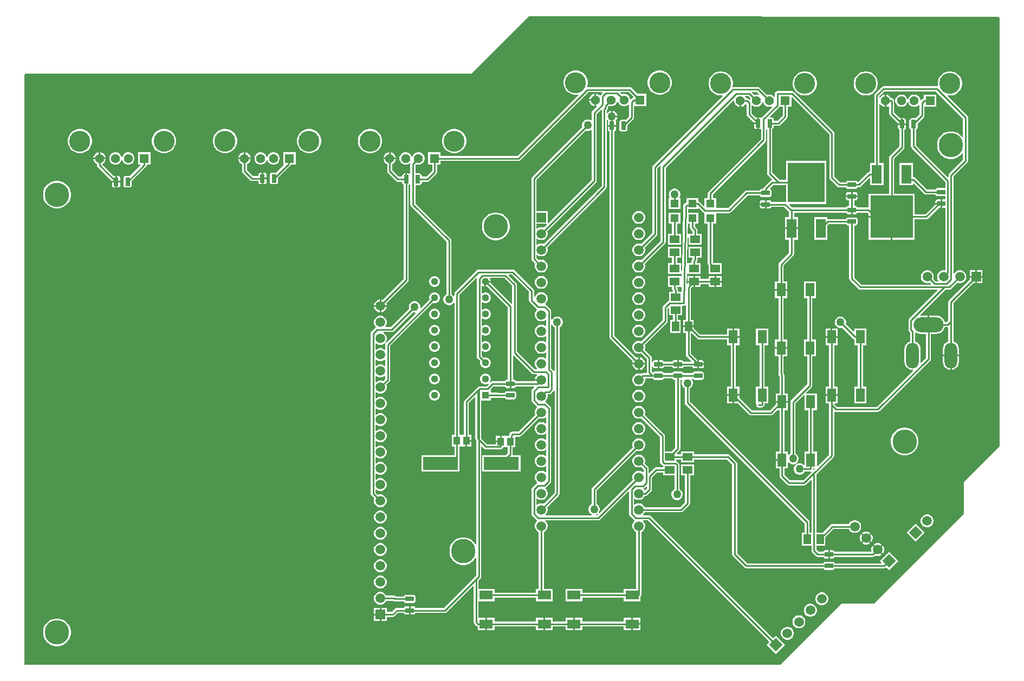
<source format=gtl>
G04*
G04 #@! TF.GenerationSoftware,Altium Limited,Altium Designer,22.1.2 (22)*
G04*
G04 Layer_Physical_Order=1*
G04 Layer_Color=255*
%FSLAX25Y25*%
%MOIN*%
G70*
G04*
G04 #@! TF.SameCoordinates,6339715F-6F4B-4C81-9F29-0EB7974063C6*
G04*
G04*
G04 #@! TF.FilePolarity,Positive*
G04*
G01*
G75*
%ADD17C,0.01000*%
%ADD18R,0.06000X0.04500*%
%ADD19R,0.04500X0.06000*%
%ADD20R,0.05118X0.04528*%
G04:AMPARAMS|DCode=21|XSize=51.18mil|YSize=29.92mil|CornerRadius=3.74mil|HoleSize=0mil|Usage=FLASHONLY|Rotation=180.000|XOffset=0mil|YOffset=0mil|HoleType=Round|Shape=RoundedRectangle|*
%AMROUNDEDRECTD21*
21,1,0.05118,0.02244,0,0,180.0*
21,1,0.04370,0.02992,0,0,180.0*
1,1,0.00748,-0.02185,0.01122*
1,1,0.00748,0.02185,0.01122*
1,1,0.00748,0.02185,-0.01122*
1,1,0.00748,-0.02185,-0.01122*
%
%ADD21ROUNDEDRECTD21*%
%ADD22R,0.21654X0.07874*%
G04:AMPARAMS|DCode=23|XSize=51.18mil|YSize=29.92mil|CornerRadius=3.74mil|HoleSize=0mil|Usage=FLASHONLY|Rotation=90.000|XOffset=0mil|YOffset=0mil|HoleType=Round|Shape=RoundedRectangle|*
%AMROUNDEDRECTD23*
21,1,0.05118,0.02244,0,0,90.0*
21,1,0.04370,0.02992,0,0,90.0*
1,1,0.00748,0.01122,0.02185*
1,1,0.00748,0.01122,-0.02185*
1,1,0.00748,-0.01122,-0.02185*
1,1,0.00748,-0.01122,0.02185*
%
%ADD23ROUNDEDRECTD23*%
%ADD24R,0.06299X0.11811*%
%ADD25R,0.26378X0.26378*%
%ADD26R,0.22835X0.24410*%
%ADD27R,0.06299X0.11811*%
%ADD28R,0.03937X0.05118*%
%ADD29R,0.05512X0.08268*%
%ADD30R,0.08268X0.05512*%
%ADD60C,0.05906*%
%ADD61R,0.05906X0.05906*%
%ADD62C,0.12898*%
%ADD63C,0.05622*%
%ADD64R,0.05622X0.05622*%
%ADD65R,0.05906X0.05906*%
%ADD66P,0.08352X4X90.0*%
%ADD67C,0.05900*%
%ADD68R,0.05900X0.05900*%
%ADD69R,0.04449X0.04449*%
%ADD70C,0.04449*%
%ADD71P,0.08352X4X180.0*%
%ADD72O,0.07874X0.15748*%
%ADD73O,0.18504X0.09252*%
%ADD74C,0.05000*%
%ADD75C,0.15000*%
G36*
X599414Y399000D02*
X600000Y398414D01*
Y397000D01*
Y134841D01*
X577915Y112756D01*
Y92915D01*
X522585Y37585D01*
X502744D01*
X465159Y0D01*
X0D01*
Y363414D01*
X586Y364000D01*
X275000D01*
X310000Y399000D01*
Y399146D01*
X310354Y399499D01*
X599414Y399000D01*
D02*
G37*
%LPC*%
G36*
X391600Y365949D02*
X390133D01*
X388693Y365663D01*
X387338Y365101D01*
X386118Y364286D01*
X385080Y363248D01*
X384265Y362028D01*
X383704Y360673D01*
X383417Y359234D01*
Y357766D01*
X383704Y356327D01*
X384265Y354972D01*
X385080Y353752D01*
X386118Y352714D01*
X387338Y351899D01*
X388693Y351337D01*
X390133Y351051D01*
X391600D01*
X393039Y351337D01*
X394394Y351899D01*
X395615Y352714D01*
X396652Y353752D01*
X397467Y354972D01*
X398029Y356327D01*
X398315Y357766D01*
Y359234D01*
X398029Y360673D01*
X397467Y362028D01*
X396652Y363248D01*
X395615Y364286D01*
X394394Y365101D01*
X393039Y365663D01*
X391600Y365949D01*
D02*
G37*
G36*
X339867D02*
X338400D01*
X336961Y365663D01*
X335606Y365101D01*
X334385Y364286D01*
X333348Y363248D01*
X332533Y362028D01*
X331971Y360673D01*
X331685Y359234D01*
Y357766D01*
X331971Y356327D01*
X332533Y354972D01*
X333348Y353752D01*
X334385Y352714D01*
X335606Y351899D01*
X336961Y351337D01*
X338400Y351051D01*
X339867D01*
X340634Y351204D01*
X340880Y350743D01*
X303497Y313360D01*
X256116D01*
Y315642D01*
X248494D01*
Y308020D01*
X250871D01*
Y304033D01*
X247366Y300529D01*
X244527D01*
Y301185D01*
X244420Y301721D01*
X244117Y302176D01*
X243662Y302479D01*
X243126Y302586D01*
X240882D01*
X240529Y302875D01*
Y307735D01*
X241056Y308262D01*
X241961Y308020D01*
X242964D01*
X243933Y308279D01*
X244802Y308781D01*
X245512Y309491D01*
X246014Y310360D01*
X246273Y311329D01*
Y312333D01*
X246014Y313302D01*
X245512Y314171D01*
X244802Y314880D01*
X243933Y315382D01*
X242964Y315642D01*
X241961D01*
X240991Y315382D01*
X240122Y314880D01*
X239413Y314171D01*
X238911Y313302D01*
X238784Y312828D01*
X238266D01*
X238140Y313302D01*
X237638Y314171D01*
X236928Y314880D01*
X236059Y315382D01*
X235090Y315642D01*
X234086D01*
X233117Y315382D01*
X232248Y314880D01*
X231539Y314171D01*
X231037Y313302D01*
X230777Y312333D01*
Y311329D01*
X231037Y310360D01*
X231539Y309491D01*
X232248Y308781D01*
X233117Y308279D01*
X234086Y308020D01*
X235090D01*
X236059Y308279D01*
X236928Y308781D01*
X237071Y308924D01*
X237532Y308678D01*
X237471Y308368D01*
Y302463D01*
X237324Y302358D01*
X236971Y302242D01*
X236615Y302479D01*
X236079Y302586D01*
X235457D01*
Y299000D01*
X234457D01*
Y302586D01*
X233835D01*
X233298Y302479D01*
X232844Y302176D01*
X232540Y301721D01*
X232434Y301185D01*
Y300529D01*
X230379D01*
X226275Y304633D01*
Y308313D01*
X227086Y308781D01*
X227795Y309491D01*
X228297Y310360D01*
X228557Y311329D01*
Y311331D01*
X224746D01*
X220935D01*
Y311329D01*
X221195Y310360D01*
X221696Y309491D01*
X222406Y308781D01*
X223216Y308313D01*
Y304000D01*
X223333Y303415D01*
X223664Y302919D01*
X228664Y297919D01*
X229160Y297587D01*
X229746Y297471D01*
X232434D01*
Y296815D01*
X232540Y296279D01*
X232844Y295824D01*
X233298Y295521D01*
X233427Y295495D01*
Y237590D01*
X220522Y224685D01*
X219520Y224953D01*
X219500D01*
Y221500D01*
X222953D01*
Y221520D01*
X222685Y222522D01*
X236038Y235875D01*
X236370Y236371D01*
X236486Y236957D01*
Y295495D01*
X236615Y295521D01*
X236971Y295758D01*
X237324Y295642D01*
X237471Y295537D01*
Y283400D01*
X237587Y282815D01*
X237919Y282319D01*
X259671Y260566D01*
Y228158D01*
X259051Y227801D01*
X258399Y227149D01*
X257939Y226351D01*
X257700Y225461D01*
Y224539D01*
X257939Y223649D01*
X258399Y222851D01*
X259051Y222199D01*
X259849Y221739D01*
X260739Y221500D01*
X261661D01*
X262551Y221739D01*
X263349Y222199D01*
X264001Y222851D01*
X264018Y222881D01*
X264518Y222747D01*
Y141559D01*
X263079D01*
Y134441D01*
X264518D01*
Y128937D01*
X244173D01*
Y119063D01*
X267827D01*
Y128937D01*
X267577D01*
Y134441D01*
X271453D01*
Y138000D01*
X271953D01*
Y138500D01*
X274921D01*
Y141559D01*
X273482D01*
Y161272D01*
X276961Y164751D01*
X277423Y164560D01*
Y139294D01*
X277540Y138709D01*
X277871Y138213D01*
X277971Y138114D01*
Y74192D01*
X277471Y74119D01*
X276602Y75418D01*
X275418Y76602D01*
X274026Y77533D01*
X272479Y78173D01*
X270837Y78500D01*
X269163D01*
X267521Y78173D01*
X265974Y77533D01*
X264582Y76602D01*
X263398Y75418D01*
X262467Y74026D01*
X261827Y72479D01*
X261500Y70837D01*
Y69163D01*
X261827Y67521D01*
X262467Y65974D01*
X263398Y64582D01*
X264582Y63398D01*
X265974Y62467D01*
X267521Y61827D01*
X269163Y61500D01*
X270837D01*
X272479Y61827D01*
X274026Y62467D01*
X275418Y63398D01*
X276602Y64582D01*
X277471Y65881D01*
X277971Y65808D01*
Y54934D01*
X276877Y53840D01*
X276877Y53840D01*
X258063Y35025D01*
X240505D01*
X240479Y35154D01*
X240176Y35609D01*
X239721Y35912D01*
X239185Y36019D01*
X237500D01*
Y33496D01*
Y30973D01*
X239185D01*
X239721Y31080D01*
X240176Y31383D01*
X240479Y31838D01*
X240505Y31967D01*
X258696D01*
X259281Y32083D01*
X259777Y32415D01*
X275967Y48604D01*
X276429Y48413D01*
Y26184D01*
X276545Y25598D01*
X276877Y25102D01*
X277919Y24060D01*
X278415Y23729D01*
X278953Y23622D01*
Y21386D01*
X283587D01*
Y25142D01*
Y28898D01*
X279488D01*
Y39102D01*
X289220D01*
Y41329D01*
X314779D01*
Y39102D01*
X325047D01*
Y46614D01*
X319529D01*
Y81822D01*
X320425Y82339D01*
X321161Y83075D01*
X321681Y83975D01*
X321950Y84980D01*
Y86020D01*
X321681Y87025D01*
X321161Y87925D01*
X320616Y88471D01*
X320823Y88971D01*
X353000D01*
X353585Y89087D01*
X354081Y89419D01*
X371509Y106846D01*
X371971Y106654D01*
Y93000D01*
X372087Y92415D01*
X372419Y91919D01*
X374919Y89419D01*
X375367Y89119D01*
X375432Y88977D01*
X375488Y88707D01*
X375478Y88565D01*
X374839Y87925D01*
X374319Y87025D01*
X374050Y86020D01*
Y84980D01*
X374319Y83975D01*
X374839Y83075D01*
X375575Y82339D01*
X376471Y81822D01*
Y46614D01*
X368779D01*
Y44388D01*
X343220D01*
Y46614D01*
X332953D01*
Y39102D01*
X343220D01*
Y41329D01*
X368779D01*
Y39102D01*
X379047D01*
Y41754D01*
X379081Y41777D01*
X379413Y42273D01*
X379529Y42858D01*
Y81822D01*
X380425Y82339D01*
X381161Y83075D01*
X381681Y83975D01*
X381950Y84980D01*
Y86020D01*
X381681Y87025D01*
X381161Y87925D01*
X380615Y88471D01*
X380823Y88971D01*
X383582D01*
X458481Y14071D01*
X456768Y12358D01*
X462358Y6768D01*
X467948Y12358D01*
X462358Y17948D01*
X460644Y16234D01*
X385297Y91581D01*
X384801Y91913D01*
X384216Y92029D01*
X380823D01*
X380615Y92529D01*
X381161Y93075D01*
X381678Y93971D01*
X404000D01*
X404585Y94087D01*
X405081Y94419D01*
X409081Y98419D01*
X409413Y98915D01*
X409529Y99500D01*
Y116750D01*
X412000D01*
Y123250D01*
X404000D01*
Y116750D01*
X406471D01*
Y100134D01*
X403367Y97029D01*
X381678D01*
X381161Y97925D01*
X380425Y98661D01*
X379525Y99181D01*
X378520Y99450D01*
X377480D01*
X376475Y99181D01*
X375575Y98661D01*
X375491Y98577D01*
X375029Y98769D01*
Y102231D01*
X375491Y102422D01*
X375575Y102339D01*
X376475Y101819D01*
X377480Y101550D01*
X378520D01*
X379525Y101819D01*
X380425Y102339D01*
X381161Y103075D01*
X381678Y103971D01*
X382000D01*
X382585Y104087D01*
X383081Y104419D01*
X385581Y106919D01*
X385913Y107415D01*
X386029Y108000D01*
Y115366D01*
X389134Y118471D01*
X393000D01*
Y116750D01*
X399971D01*
Y108159D01*
X399351Y107801D01*
X398699Y107149D01*
X398238Y106351D01*
X398000Y105461D01*
Y104539D01*
X398238Y103649D01*
X398699Y102851D01*
X399351Y102199D01*
X400149Y101739D01*
X401039Y101500D01*
X401961D01*
X402851Y101739D01*
X403649Y102199D01*
X404301Y102851D01*
X404762Y103649D01*
X405000Y104539D01*
Y105461D01*
X404762Y106351D01*
X404301Y107149D01*
X403649Y107801D01*
X403029Y108159D01*
Y123000D01*
X402913Y123585D01*
X402581Y124081D01*
X401581Y125081D01*
X401085Y125413D01*
X401000Y125430D01*
Y126471D01*
X404000D01*
Y124750D01*
X412000D01*
Y126471D01*
X432367D01*
X435471Y123366D01*
Y67957D01*
X435587Y67371D01*
X435919Y66875D01*
X442918Y59875D01*
X443415Y59544D01*
X444000Y59427D01*
X491495D01*
X491521Y59298D01*
X491824Y58844D01*
X492279Y58540D01*
X492815Y58434D01*
X497185D01*
X497721Y58540D01*
X498176Y58844D01*
X498479Y59298D01*
X498505Y59427D01*
X529099D01*
X529684Y59544D01*
X530180Y59875D01*
X530357Y60053D01*
X532071Y58339D01*
X537661Y63929D01*
X532071Y69519D01*
X526481Y63929D01*
X527462Y62948D01*
X527271Y62486D01*
X498505D01*
X498479Y62615D01*
X498176Y63069D01*
X497721Y63373D01*
X497185Y63480D01*
X492815D01*
X492279Y63373D01*
X491824Y63069D01*
X491521Y62615D01*
X491495Y62486D01*
X444633D01*
X438529Y68590D01*
Y124000D01*
X438413Y124585D01*
X438081Y125081D01*
X434081Y129081D01*
X433585Y129413D01*
X433000Y129529D01*
X412000D01*
Y131250D01*
X404000D01*
Y129529D01*
X401399D01*
X401192Y130029D01*
X403081Y131919D01*
X403413Y132415D01*
X403529Y133000D01*
Y175473D01*
X404185D01*
X404451Y175526D01*
X404771Y175080D01*
X404638Y174851D01*
X404400Y173961D01*
Y173039D01*
X404638Y172149D01*
X405099Y171351D01*
X405751Y170699D01*
X406371Y170342D01*
Y161400D01*
X406487Y160815D01*
X406819Y160319D01*
X479971Y87167D01*
Y81500D01*
X478250D01*
Y73500D01*
X484171D01*
Y70304D01*
X484287Y69719D01*
X484619Y69223D01*
X486919Y66923D01*
X487415Y66591D01*
X488000Y66475D01*
X491495D01*
X491521Y66346D01*
X491824Y65891D01*
X492279Y65588D01*
X492815Y65481D01*
X494500D01*
Y68004D01*
Y70527D01*
X492815D01*
X492279Y70420D01*
X491824Y70117D01*
X491521Y69662D01*
X491495Y69533D01*
X488633D01*
X487229Y70938D01*
Y73500D01*
X492750D01*
Y78587D01*
X497776Y83613D01*
X507177D01*
X507695Y82715D01*
X508431Y81979D01*
X509332Y81459D01*
X510337Y81189D01*
X511378D01*
X512384Y81459D01*
X513285Y81979D01*
X514021Y82715D01*
X514541Y83617D01*
X514811Y84622D01*
Y85663D01*
X514541Y86668D01*
X514021Y87569D01*
X513285Y88305D01*
X512384Y88826D01*
X511378Y89095D01*
X510337D01*
X509332Y88826D01*
X508431Y88305D01*
X507695Y87569D01*
X507177Y86672D01*
X497142D01*
X496557Y86555D01*
X496061Y86224D01*
X491337Y81500D01*
X487229D01*
Y117266D01*
X497723Y127760D01*
X498055Y128256D01*
X498171Y128842D01*
Y155677D01*
X498671Y155944D01*
X498757Y155887D01*
X499342Y155771D01*
X525100D01*
X525685Y155887D01*
X526181Y156219D01*
X557302Y187339D01*
X557633Y187835D01*
X557750Y188420D01*
Y203723D01*
X560846D01*
X562315Y203916D01*
X563684Y204483D01*
X564859Y205385D01*
X565761Y206560D01*
X566302Y207868D01*
X568000D01*
X568084Y207885D01*
X568471Y207568D01*
Y199147D01*
X567510Y198749D01*
X566479Y197958D01*
X565688Y196927D01*
X565190Y195726D01*
X565020Y194437D01*
Y191000D01*
X570000D01*
X574980D01*
Y194437D01*
X574810Y195726D01*
X574312Y196927D01*
X573521Y197958D01*
X572490Y198749D01*
X571529Y199147D01*
Y211398D01*
Y222867D01*
X583710Y235047D01*
X585000D01*
Y238500D01*
X581547D01*
Y237210D01*
X568919Y224581D01*
X568587Y224085D01*
X568471Y223500D01*
Y212031D01*
X567367Y210927D01*
X566302D01*
X565761Y212235D01*
X564859Y213410D01*
X563684Y214312D01*
X562315Y214879D01*
X560846Y215072D01*
X556720D01*
Y209398D01*
X555720D01*
Y215072D01*
X551594D01*
X551261Y215028D01*
X551040Y215477D01*
X566581Y231018D01*
X569047D01*
X569632Y231134D01*
X570129Y231466D01*
X573978Y235315D01*
X574980Y235047D01*
X576020D01*
X577026Y235317D01*
X577927Y235837D01*
X578663Y236573D01*
X579183Y237474D01*
X579453Y238480D01*
Y239520D01*
X579183Y240526D01*
X578663Y241427D01*
X577927Y242163D01*
X577026Y242683D01*
X576020Y242953D01*
X574980D01*
X573974Y242683D01*
X573073Y242163D01*
X572337Y241427D01*
X572133Y241074D01*
X571633Y241208D01*
Y300770D01*
X580081Y309219D01*
X580413Y309715D01*
X580529Y310300D01*
Y337100D01*
X580413Y337685D01*
X580081Y338181D01*
X568086Y350177D01*
X568322Y350618D01*
X568658Y350551D01*
X570125D01*
X571564Y350837D01*
X572920Y351399D01*
X574140Y352214D01*
X575177Y353252D01*
X575992Y354472D01*
X576554Y355827D01*
X576840Y357266D01*
Y358734D01*
X576554Y360173D01*
X575992Y361528D01*
X575177Y362748D01*
X574140Y363786D01*
X572920Y364601D01*
X571564Y365163D01*
X570125Y365449D01*
X568658D01*
X567219Y365163D01*
X565863Y364601D01*
X564643Y363786D01*
X563605Y362748D01*
X562790Y361528D01*
X562229Y360173D01*
X561943Y358734D01*
Y357266D01*
X562074Y356605D01*
X561649Y356180D01*
X561400Y356229D01*
X528600D01*
X528015Y356113D01*
X527519Y355781D01*
X523363Y351626D01*
X523032Y351130D01*
X522915Y350545D01*
Y308996D01*
X520295D01*
Y303620D01*
X519947D01*
X519362Y303504D01*
X518866Y303172D01*
X512974Y297280D01*
X512861Y297262D01*
X512381Y297349D01*
X512176Y297656D01*
X511721Y297960D01*
X511185Y298066D01*
X506815D01*
X506279Y297960D01*
X505824Y297656D01*
X505521Y297202D01*
X505495Y297073D01*
X501890D01*
X498329Y300634D01*
Y327300D01*
X498213Y327885D01*
X497881Y328381D01*
X473481Y352781D01*
X472985Y353113D01*
X472400Y353229D01*
X463200D01*
X462615Y353113D01*
X462119Y352781D01*
X461787Y352285D01*
X461671Y351700D01*
Y349861D01*
X461171Y349749D01*
X460540Y350380D01*
X459671Y350882D01*
X458701Y351142D01*
X457698D01*
X456794Y350900D01*
X452312Y355381D01*
X451816Y355713D01*
X451230Y355829D01*
X436069D01*
X435779Y356079D01*
X435650Y356282D01*
X435845Y357266D01*
Y358734D01*
X435559Y360173D01*
X434998Y361528D01*
X434183Y362748D01*
X433145Y363786D01*
X431925Y364601D01*
X430569Y365163D01*
X429130Y365449D01*
X427663D01*
X426224Y365163D01*
X424868Y364601D01*
X423648Y363786D01*
X422611Y362748D01*
X421796Y361528D01*
X421234Y360173D01*
X420948Y358734D01*
Y357266D01*
X421234Y355827D01*
X421796Y354472D01*
X422611Y353252D01*
X423648Y352214D01*
X424868Y351399D01*
X426224Y350837D01*
X427663Y350551D01*
X429130D01*
X429404Y350606D01*
X429640Y350165D01*
X386819Y307343D01*
X386487Y306847D01*
X386371Y306262D01*
Y266034D01*
X379519Y259182D01*
X378520Y259450D01*
X377480D01*
X376475Y259181D01*
X375575Y258661D01*
X374839Y257925D01*
X374319Y257025D01*
X374050Y256020D01*
Y254980D01*
X374319Y253975D01*
X374839Y253075D01*
X375575Y252339D01*
X376475Y251819D01*
X377480Y251550D01*
X378520D01*
X379525Y251819D01*
X380425Y252339D01*
X381161Y253075D01*
X381681Y253975D01*
X381950Y254980D01*
Y256020D01*
X381682Y257019D01*
X388981Y264319D01*
X389313Y264815D01*
X389429Y265400D01*
Y305628D01*
X391075Y307274D01*
X391536Y307028D01*
X391471Y306700D01*
Y261134D01*
X379519Y249182D01*
X378520Y249450D01*
X377480D01*
X376475Y249181D01*
X375575Y248661D01*
X374839Y247925D01*
X374319Y247025D01*
X374050Y246020D01*
Y244980D01*
X374319Y243975D01*
X374839Y243075D01*
X375575Y242339D01*
X376475Y241819D01*
X377480Y241550D01*
X378520D01*
X379525Y241819D01*
X380425Y242339D01*
X381161Y243075D01*
X381681Y243975D01*
X381950Y244980D01*
Y246020D01*
X381682Y247019D01*
X394081Y259419D01*
X394413Y259915D01*
X394529Y260500D01*
Y306066D01*
X436172Y347709D01*
X436672Y347502D01*
Y346829D01*
X436932Y345860D01*
X437434Y344991D01*
X438143Y344281D01*
X439012Y343779D01*
X439982Y343520D01*
X439983D01*
Y347331D01*
X440983D01*
Y343520D01*
X440985D01*
X441954Y343779D01*
X442823Y344281D01*
X443533Y344991D01*
X443564Y345044D01*
X444200Y345147D01*
X444371Y344996D01*
Y339057D01*
X444487Y338471D01*
X444819Y337975D01*
X448794Y334000D01*
X450957D01*
Y337086D01*
X450335D01*
X450083Y337036D01*
X447429Y339690D01*
Y344184D01*
X447891Y344375D01*
X447986Y344281D01*
X448855Y343779D01*
X449824Y343520D01*
X450827D01*
X451797Y343779D01*
X452666Y344281D01*
X453375Y344991D01*
X453877Y345860D01*
X454004Y346333D01*
X454521D01*
X454648Y345860D01*
X455150Y344991D01*
X455860Y344281D01*
X456729Y343779D01*
X457698Y343520D01*
X458701D01*
X459671Y343779D01*
X459763Y343833D01*
X460070Y343432D01*
X453719Y337081D01*
X453682Y337026D01*
X453191Y336928D01*
X453115Y336979D01*
X452579Y337086D01*
X451957D01*
Y333500D01*
Y329914D01*
X452579D01*
X452771Y329952D01*
X453271Y329569D01*
Y323833D01*
X420919Y291481D01*
X420587Y290985D01*
X420471Y290400D01*
Y287193D01*
X418441D01*
Y282675D01*
X417979Y282484D01*
X415452Y285011D01*
X414956Y285342D01*
X414559Y285421D01*
Y287193D01*
X407441D01*
Y284558D01*
X406504Y284306D01*
X406428Y284269D01*
X406345Y284255D01*
X406163Y284138D01*
X405969Y284042D01*
X405913Y283979D01*
X405842Y283934D01*
X405718Y283756D01*
X405575Y283594D01*
X405548Y283514D01*
X405500Y283445D01*
X405453Y283233D01*
X405384Y283028D01*
X405389Y282944D01*
X405371Y282862D01*
X404500Y242577D01*
X404000Y242583D01*
Y247250D01*
X401529D01*
Y250750D01*
X404000D01*
Y257250D01*
X396000D01*
Y250750D01*
X398471D01*
Y247250D01*
X396000D01*
Y240750D01*
X403960D01*
X404458Y240649D01*
X404432Y239415D01*
X404000Y239250D01*
Y239250D01*
X396000D01*
Y232750D01*
X398471D01*
Y231500D01*
X398587Y230915D01*
X398919Y230419D01*
X398971Y230366D01*
Y229750D01*
X396500D01*
Y224150D01*
X396315Y224113D01*
X395819Y223781D01*
X393119Y221081D01*
X392787Y220585D01*
X392671Y220000D01*
Y212333D01*
X379519Y199182D01*
X378520Y199450D01*
X377480D01*
X376475Y199181D01*
X375575Y198661D01*
X374839Y197925D01*
X374319Y197025D01*
X374050Y196020D01*
Y194980D01*
X374319Y193975D01*
X374839Y193075D01*
X375575Y192339D01*
X376475Y191819D01*
X377480Y191550D01*
X378520D01*
X379519Y191818D01*
X382921Y188417D01*
Y180000D01*
X382938Y179912D01*
X382621Y179525D01*
X380496D01*
X379911Y179409D01*
X379549Y179167D01*
X379525Y179181D01*
X378520Y179450D01*
X377480D01*
X376475Y179181D01*
X375575Y178661D01*
X374839Y177925D01*
X374319Y177025D01*
X374050Y176020D01*
Y174980D01*
X374319Y173975D01*
X374839Y173075D01*
X375575Y172339D01*
X376475Y171819D01*
X377480Y171550D01*
X378520D01*
X379525Y171819D01*
X380425Y172339D01*
X381161Y173075D01*
X381681Y173975D01*
X381950Y174980D01*
Y176020D01*
X381937Y176070D01*
X382241Y176467D01*
X386495D01*
X386521Y176338D01*
X386824Y175883D01*
X387279Y175580D01*
X387815Y175473D01*
X392185D01*
X392721Y175580D01*
X393176Y175883D01*
X393479Y176338D01*
X393505Y176467D01*
X398495D01*
X398521Y176338D01*
X398824Y175883D01*
X399279Y175580D01*
X399815Y175473D01*
X400471D01*
Y133633D01*
X398087Y131250D01*
X394029D01*
Y141000D01*
X393913Y141585D01*
X393581Y142081D01*
X381682Y153981D01*
X381950Y154980D01*
Y156020D01*
X381681Y157025D01*
X381161Y157925D01*
X380425Y158661D01*
X379525Y159181D01*
X378520Y159450D01*
X377480D01*
X376475Y159181D01*
X375575Y158661D01*
X374839Y157925D01*
X374319Y157025D01*
X374050Y156020D01*
Y154980D01*
X374319Y153975D01*
X374839Y153075D01*
X375575Y152339D01*
X376475Y151819D01*
X377480Y151550D01*
X378520D01*
X379519Y151818D01*
X390971Y140366D01*
Y125000D01*
X391087Y124415D01*
X391419Y123919D01*
X392419Y122919D01*
X392915Y122587D01*
X393000Y122570D01*
Y121529D01*
X388500D01*
X387915Y121413D01*
X387419Y121081D01*
X384491Y118154D01*
X384029Y118346D01*
Y121000D01*
X383913Y121585D01*
X383581Y122081D01*
X381682Y123981D01*
X381950Y124980D01*
Y126020D01*
X381681Y127025D01*
X381161Y127925D01*
X380425Y128661D01*
X379525Y129181D01*
X378520Y129450D01*
X377480D01*
X376475Y129181D01*
X375575Y128661D01*
X374839Y127925D01*
X374319Y127025D01*
X374050Y126020D01*
Y124980D01*
X374319Y123975D01*
X374839Y123075D01*
X375575Y122339D01*
X376475Y121819D01*
X377480Y121550D01*
X378520D01*
X379519Y121818D01*
X380971Y120367D01*
Y118769D01*
X380509Y118578D01*
X380425Y118661D01*
X379525Y119181D01*
X378520Y119450D01*
X377480D01*
X376475Y119181D01*
X375575Y118661D01*
X374839Y117925D01*
X374319Y117025D01*
X374050Y116020D01*
Y114980D01*
X374318Y113981D01*
X353668Y93331D01*
X353301Y93651D01*
X353762Y94449D01*
X354000Y95339D01*
Y96261D01*
X353762Y97151D01*
X353301Y97949D01*
X352649Y98601D01*
X352029Y98958D01*
Y107367D01*
X376481Y131818D01*
X377480Y131550D01*
X378520D01*
X379525Y131819D01*
X380425Y132339D01*
X381161Y133075D01*
X381681Y133975D01*
X381950Y134980D01*
Y136020D01*
X381681Y137025D01*
X381161Y137925D01*
X380425Y138661D01*
X379525Y139181D01*
X378520Y139450D01*
X377480D01*
X376475Y139181D01*
X375575Y138661D01*
X374839Y137925D01*
X374319Y137025D01*
X374050Y136020D01*
Y134980D01*
X374318Y133981D01*
X349419Y109081D01*
X349087Y108585D01*
X348971Y108000D01*
Y98958D01*
X348351Y98601D01*
X347699Y97949D01*
X347238Y97151D01*
X347000Y96261D01*
Y95339D01*
X347238Y94449D01*
X347699Y93651D01*
X348351Y92999D01*
X349149Y92538D01*
X349183Y92529D01*
X349117Y92029D01*
X320823D01*
X320616Y92529D01*
X321161Y93075D01*
X321681Y93975D01*
X321950Y94980D01*
Y96020D01*
X321682Y97019D01*
X328781Y104119D01*
X329113Y104615D01*
X329229Y105200D01*
Y207841D01*
X329849Y208199D01*
X330501Y208851D01*
X330961Y209649D01*
X331200Y210539D01*
Y211461D01*
X330961Y212351D01*
X330501Y213149D01*
X329849Y213801D01*
X329051Y214262D01*
X328161Y214500D01*
X327239D01*
X326349Y214262D01*
X325551Y213801D01*
X324899Y213149D01*
X324529Y212508D01*
X324029Y212642D01*
Y218000D01*
X323913Y218585D01*
X323581Y219081D01*
X321081Y221581D01*
X320633Y221881D01*
X320573Y222013D01*
X320522Y222435D01*
X321161Y223075D01*
X321681Y223975D01*
X321950Y224980D01*
Y226020D01*
X321681Y227025D01*
X321161Y227925D01*
X320425Y228661D01*
X319525Y229181D01*
X318520Y229450D01*
X317480D01*
X316475Y229181D01*
X315575Y228661D01*
X314839Y227925D01*
X314319Y227025D01*
X314050Y226020D01*
Y225899D01*
X313550Y225632D01*
X313529Y225646D01*
Y230300D01*
X313413Y230885D01*
X313081Y231381D01*
X301548Y242915D01*
X301052Y243246D01*
X300467Y243363D01*
X279433D01*
X278848Y243246D01*
X278352Y242915D01*
X264966Y229529D01*
X264634Y229032D01*
X264518Y228447D01*
Y227253D01*
X264018Y227119D01*
X264001Y227149D01*
X263349Y227801D01*
X262729Y228158D01*
Y261200D01*
X262613Y261785D01*
X262281Y262281D01*
X240529Y284033D01*
Y295125D01*
X240882Y295414D01*
X243126D01*
X243662Y295521D01*
X244117Y295824D01*
X244420Y296279D01*
X244527Y296815D01*
Y297471D01*
X248000D01*
X248585Y297587D01*
X249081Y297919D01*
X253481Y302319D01*
X253813Y302815D01*
X253929Y303400D01*
Y308020D01*
X256116D01*
Y310301D01*
X304131D01*
X304716Y310418D01*
X305212Y310749D01*
X347076Y352613D01*
X355396D01*
X355588Y352151D01*
X354519Y351081D01*
X354338Y350810D01*
X353739Y350702D01*
X353560Y350880D01*
X352691Y351382D01*
X351722Y351642D01*
X351720D01*
Y347831D01*
Y344020D01*
X351722D01*
X351897Y344067D01*
X352155Y343618D01*
X349419Y340881D01*
X349087Y340385D01*
X348971Y339800D01*
Y335440D01*
X348471Y335204D01*
X347851Y335561D01*
X346961Y335800D01*
X346039D01*
X345149Y335561D01*
X344351Y335101D01*
X343699Y334449D01*
X343238Y333651D01*
X343000Y332761D01*
Y331839D01*
X343185Y331148D01*
X312419Y300381D01*
X312087Y299885D01*
X311971Y299300D01*
Y250000D01*
X312087Y249415D01*
X312419Y248919D01*
X314318Y247019D01*
X314050Y246020D01*
Y244980D01*
X314319Y243975D01*
X314839Y243075D01*
X315575Y242339D01*
X316475Y241819D01*
X317480Y241550D01*
X318520D01*
X319525Y241819D01*
X320425Y242339D01*
X321161Y243075D01*
X321681Y243975D01*
X321950Y244980D01*
Y246020D01*
X321681Y247025D01*
X321161Y247925D01*
X320425Y248661D01*
X319525Y249181D01*
X318520Y249450D01*
X317480D01*
X316481Y249182D01*
X315029Y250634D01*
Y252231D01*
X315491Y252422D01*
X315575Y252339D01*
X316475Y251819D01*
X317480Y251550D01*
X318520D01*
X319525Y251819D01*
X320425Y252339D01*
X321161Y253075D01*
X321681Y253975D01*
X321950Y254980D01*
Y256020D01*
X321682Y257019D01*
X357781Y293119D01*
X358113Y293615D01*
X358229Y294200D01*
Y335268D01*
X358729Y335372D01*
X359176Y334925D01*
X359040Y334721D01*
X358934Y334185D01*
Y332500D01*
X361457D01*
X363980D01*
Y334185D01*
X363873Y334721D01*
X363737Y334925D01*
X364257Y335446D01*
X364718Y336244D01*
X364946Y337095D01*
X361457D01*
Y337595D01*
X360957D01*
Y341084D01*
X360106Y340856D01*
X359308Y340395D01*
X358729Y339817D01*
X358229Y339921D01*
Y341464D01*
X358613Y341848D01*
X358945Y342344D01*
X359061Y342930D01*
Y343666D01*
X359657Y344262D01*
X360561Y344020D01*
X361565D01*
X362534Y344280D01*
X363403Y344781D01*
X364113Y345491D01*
X364614Y346360D01*
X364741Y346833D01*
X365259D01*
X365386Y346360D01*
X365887Y345491D01*
X366597Y344781D01*
X367466Y344280D01*
X368435Y344020D01*
X369439D01*
X370408Y344280D01*
X371277Y344781D01*
X371571Y345075D01*
X372071Y344868D01*
Y337730D01*
X369877Y335536D01*
X369626Y335586D01*
X367382D01*
X366846Y335479D01*
X366391Y335176D01*
X366088Y334721D01*
X365981Y334185D01*
Y329815D01*
X366088Y329279D01*
X366391Y328824D01*
X366846Y328521D01*
X367382Y328414D01*
X369626D01*
X370162Y328521D01*
X370617Y328824D01*
X370920Y329279D01*
X371027Y329815D01*
Y332360D01*
X374681Y336015D01*
X375013Y336511D01*
X375129Y337096D01*
Y344020D01*
X382591D01*
Y351642D01*
X377132D01*
X373550Y355223D01*
X373054Y355555D01*
X372468Y355671D01*
X346566D01*
X346188Y356066D01*
X346296Y356327D01*
X346583Y357766D01*
Y359234D01*
X346296Y360673D01*
X345735Y362028D01*
X344920Y363248D01*
X343882Y364286D01*
X342662Y365101D01*
X341306Y365663D01*
X339867Y365949D01*
D02*
G37*
G36*
X518393Y365449D02*
X516926D01*
X515486Y365163D01*
X514131Y364601D01*
X512911Y363786D01*
X511873Y362748D01*
X511058Y361528D01*
X510497Y360173D01*
X510210Y358734D01*
Y357266D01*
X510497Y355827D01*
X511058Y354472D01*
X511873Y353252D01*
X512911Y352214D01*
X514131Y351399D01*
X515486Y350837D01*
X516926Y350551D01*
X518393D01*
X519832Y350837D01*
X521187Y351399D01*
X522407Y352214D01*
X523445Y353252D01*
X524260Y354472D01*
X524822Y355827D01*
X525108Y357266D01*
Y358734D01*
X524822Y360173D01*
X524260Y361528D01*
X523445Y362748D01*
X522407Y363786D01*
X521187Y364601D01*
X519832Y365163D01*
X518393Y365449D01*
D02*
G37*
G36*
X480862D02*
X479395D01*
X477956Y365163D01*
X476601Y364601D01*
X475381Y363786D01*
X474343Y362748D01*
X473528Y361528D01*
X472966Y360173D01*
X472680Y358734D01*
Y357266D01*
X472966Y355827D01*
X473528Y354472D01*
X474343Y353252D01*
X475381Y352214D01*
X476601Y351399D01*
X477956Y350837D01*
X479395Y350551D01*
X480862D01*
X482302Y350837D01*
X483657Y351399D01*
X484877Y352214D01*
X485915Y353252D01*
X486730Y354472D01*
X487291Y355827D01*
X487578Y357266D01*
Y358734D01*
X487291Y360173D01*
X486730Y361528D01*
X485915Y362748D01*
X484877Y363786D01*
X483657Y364601D01*
X482302Y365163D01*
X480862Y365449D01*
D02*
G37*
G36*
X350720Y351642D02*
X350719D01*
X349749Y351382D01*
X348880Y350880D01*
X348171Y350171D01*
X347669Y349302D01*
X347409Y348333D01*
Y348331D01*
X350720D01*
Y351642D01*
D02*
G37*
G36*
Y347331D02*
X347409D01*
Y347329D01*
X347669Y346360D01*
X348171Y345491D01*
X348880Y344781D01*
X349749Y344280D01*
X350719Y344020D01*
X350720D01*
Y347331D01*
D02*
G37*
G36*
X361957Y341084D02*
Y338095D01*
X364946D01*
X364718Y338946D01*
X364257Y339744D01*
X363606Y340395D01*
X362807Y340856D01*
X361957Y341084D01*
D02*
G37*
G36*
X450957Y333000D02*
X448934D01*
Y331315D01*
X449040Y330779D01*
X449344Y330324D01*
X449798Y330021D01*
X450335Y329914D01*
X450957D01*
Y333000D01*
D02*
G37*
G36*
X265125Y329949D02*
X263658D01*
X262219Y329663D01*
X260863Y329101D01*
X259643Y328286D01*
X258606Y327248D01*
X257790Y326028D01*
X257229Y324673D01*
X256943Y323234D01*
Y321766D01*
X257229Y320327D01*
X257790Y318972D01*
X258606Y317752D01*
X259643Y316714D01*
X260863Y315899D01*
X262219Y315337D01*
X263658Y315051D01*
X265125D01*
X266564Y315337D01*
X267920Y315899D01*
X269140Y316714D01*
X270177Y317752D01*
X270992Y318972D01*
X271554Y320327D01*
X271840Y321766D01*
Y323234D01*
X271554Y324673D01*
X270992Y326028D01*
X270177Y327248D01*
X269140Y328286D01*
X267920Y329101D01*
X266564Y329663D01*
X265125Y329949D01*
D02*
G37*
G36*
X213393D02*
X211926D01*
X210487Y329663D01*
X209131Y329101D01*
X207911Y328286D01*
X206873Y327248D01*
X206058Y326028D01*
X205497Y324673D01*
X205210Y323234D01*
Y321766D01*
X205497Y320327D01*
X206058Y318972D01*
X206873Y317752D01*
X207911Y316714D01*
X209131Y315899D01*
X210487Y315337D01*
X211926Y315051D01*
X213393D01*
X214832Y315337D01*
X216188Y315899D01*
X217407Y316714D01*
X218445Y317752D01*
X219260Y318972D01*
X219822Y320327D01*
X220108Y321766D01*
Y323234D01*
X219822Y324673D01*
X219260Y326028D01*
X218445Y327248D01*
X217407Y328286D01*
X216188Y329101D01*
X214832Y329663D01*
X213393Y329949D01*
D02*
G37*
G36*
X175862D02*
X174395D01*
X172956Y329663D01*
X171600Y329101D01*
X170380Y328286D01*
X169343Y327248D01*
X168528Y326028D01*
X167966Y324673D01*
X167680Y323234D01*
Y321766D01*
X167966Y320327D01*
X168528Y318972D01*
X169343Y317752D01*
X170380Y316714D01*
X171600Y315899D01*
X172956Y315337D01*
X174395Y315051D01*
X175862D01*
X177302Y315337D01*
X178657Y315899D01*
X179877Y316714D01*
X180915Y317752D01*
X181730Y318972D01*
X182291Y320327D01*
X182578Y321766D01*
Y323234D01*
X182291Y324673D01*
X181730Y326028D01*
X180915Y327248D01*
X179877Y328286D01*
X178657Y329101D01*
X177302Y329663D01*
X175862Y329949D01*
D02*
G37*
G36*
X124130D02*
X122663D01*
X121224Y329663D01*
X119868Y329101D01*
X118648Y328286D01*
X117611Y327248D01*
X116796Y326028D01*
X116234Y324673D01*
X115948Y323234D01*
Y321766D01*
X116234Y320327D01*
X116796Y318972D01*
X117611Y317752D01*
X118648Y316714D01*
X119868Y315899D01*
X121224Y315337D01*
X122663Y315051D01*
X124130D01*
X125569Y315337D01*
X126925Y315899D01*
X128145Y316714D01*
X129183Y317752D01*
X129998Y318972D01*
X130559Y320327D01*
X130845Y321766D01*
Y323234D01*
X130559Y324673D01*
X129998Y326028D01*
X129183Y327248D01*
X128145Y328286D01*
X126925Y329101D01*
X125569Y329663D01*
X124130Y329949D01*
D02*
G37*
G36*
X86600D02*
X85133D01*
X83693Y329663D01*
X82338Y329101D01*
X81118Y328286D01*
X80080Y327248D01*
X79265Y326028D01*
X78704Y324673D01*
X78417Y323234D01*
Y321766D01*
X78704Y320327D01*
X79265Y318972D01*
X80080Y317752D01*
X81118Y316714D01*
X82338Y315899D01*
X83693Y315337D01*
X85133Y315051D01*
X86600D01*
X88039Y315337D01*
X89394Y315899D01*
X90614Y316714D01*
X91652Y317752D01*
X92467Y318972D01*
X93029Y320327D01*
X93315Y321766D01*
Y323234D01*
X93029Y324673D01*
X92467Y326028D01*
X91652Y327248D01*
X90614Y328286D01*
X89394Y329101D01*
X88039Y329663D01*
X86600Y329949D01*
D02*
G37*
G36*
X34867D02*
X33400D01*
X31961Y329663D01*
X30606Y329101D01*
X29386Y328286D01*
X28348Y327248D01*
X27533Y326028D01*
X26971Y324673D01*
X26685Y323234D01*
Y321766D01*
X26971Y320327D01*
X27533Y318972D01*
X28348Y317752D01*
X29386Y316714D01*
X30606Y315899D01*
X31961Y315337D01*
X33400Y315051D01*
X34867D01*
X36307Y315337D01*
X37662Y315899D01*
X38882Y316714D01*
X39920Y317752D01*
X40735Y318972D01*
X41296Y320327D01*
X41583Y321766D01*
Y323234D01*
X41296Y324673D01*
X40735Y326028D01*
X39920Y327248D01*
X38882Y328286D01*
X37662Y329101D01*
X36307Y329663D01*
X34867Y329949D01*
D02*
G37*
G36*
X153701Y315642D02*
X152698D01*
X151729Y315382D01*
X150860Y314880D01*
X150150Y314171D01*
X149648Y313302D01*
X149521Y312828D01*
X149004D01*
X148877Y313302D01*
X148375Y314171D01*
X147666Y314880D01*
X146797Y315382D01*
X145827Y315642D01*
X144824D01*
X143855Y315382D01*
X142986Y314880D01*
X142276Y314171D01*
X141774Y313302D01*
X141515Y312333D01*
Y311329D01*
X141774Y310360D01*
X142276Y309491D01*
X142986Y308781D01*
X143855Y308279D01*
X144824Y308020D01*
X145827D01*
X146797Y308279D01*
X147666Y308781D01*
X148375Y309491D01*
X148877Y310360D01*
X149004Y310833D01*
X149521D01*
X149648Y310360D01*
X150150Y309491D01*
X150860Y308781D01*
X151729Y308279D01*
X152698Y308020D01*
X153701D01*
X154671Y308279D01*
X155540Y308781D01*
X156249Y309491D01*
X156751Y310360D01*
X157011Y311329D01*
Y312333D01*
X156751Y313302D01*
X156249Y314171D01*
X155540Y314880D01*
X154671Y315382D01*
X153701Y315642D01*
D02*
G37*
G36*
X64439D02*
X63435D01*
X62466Y315382D01*
X61597Y314880D01*
X60887Y314171D01*
X60386Y313302D01*
X60259Y312828D01*
X59741D01*
X59614Y313302D01*
X59113Y314171D01*
X58403Y314880D01*
X57534Y315382D01*
X56565Y315642D01*
X55561D01*
X54592Y315382D01*
X53723Y314880D01*
X53013Y314171D01*
X52512Y313302D01*
X52252Y312333D01*
Y311329D01*
X52512Y310360D01*
X53013Y309491D01*
X53723Y308781D01*
X54592Y308279D01*
X55561Y308020D01*
X56565D01*
X57534Y308279D01*
X58403Y308781D01*
X59113Y309491D01*
X59614Y310360D01*
X59741Y310833D01*
X60259D01*
X60386Y310360D01*
X60887Y309491D01*
X61597Y308781D01*
X62466Y308279D01*
X63435Y308020D01*
X64439D01*
X65408Y308279D01*
X66277Y308781D01*
X66987Y309491D01*
X67488Y310360D01*
X67748Y311329D01*
Y312333D01*
X67488Y313302D01*
X66987Y314171D01*
X66277Y314880D01*
X65408Y315382D01*
X64439Y315642D01*
D02*
G37*
G36*
X225248D02*
X225246D01*
Y312331D01*
X228557D01*
Y312333D01*
X228297Y313302D01*
X227795Y314171D01*
X227086Y314880D01*
X226217Y315382D01*
X225248Y315642D01*
D02*
G37*
G36*
X135985D02*
X135983D01*
Y312331D01*
X139294D01*
Y312333D01*
X139034Y313302D01*
X138533Y314171D01*
X137823Y314880D01*
X136954Y315382D01*
X135985Y315642D01*
D02*
G37*
G36*
X46722D02*
X46720D01*
Y312331D01*
X50031D01*
Y312333D01*
X49772Y313302D01*
X49270Y314171D01*
X48560Y314880D01*
X47691Y315382D01*
X46722Y315642D01*
D02*
G37*
G36*
X224246D02*
X224244D01*
X223275Y315382D01*
X222406Y314880D01*
X221696Y314171D01*
X221195Y313302D01*
X220935Y312333D01*
Y312331D01*
X224246D01*
Y315642D01*
D02*
G37*
G36*
X134983D02*
X134982D01*
X134012Y315382D01*
X133143Y314880D01*
X132434Y314171D01*
X131932Y313302D01*
X131672Y312333D01*
Y312331D01*
X134983D01*
Y315642D01*
D02*
G37*
G36*
X45720D02*
X45719D01*
X44749Y315382D01*
X43880Y314880D01*
X43171Y314171D01*
X42669Y313302D01*
X42409Y312333D01*
Y312331D01*
X45720D01*
Y315642D01*
D02*
G37*
G36*
X166853D02*
X159231D01*
Y308020D01*
X159231D01*
X159416Y307575D01*
X154877Y303036D01*
X154626Y303086D01*
X152382D01*
X151846Y302979D01*
X151391Y302676D01*
X151088Y302221D01*
X150981Y301685D01*
Y297315D01*
X151088Y296779D01*
X151391Y296324D01*
X151846Y296021D01*
X152382Y295914D01*
X154626D01*
X155162Y296021D01*
X155617Y296324D01*
X155920Y296779D01*
X156027Y297315D01*
Y299860D01*
X163581Y307415D01*
X163913Y307911D01*
X163935Y308020D01*
X166853D01*
Y315642D01*
D02*
G37*
G36*
X77591D02*
X69969D01*
Y308020D01*
X71208D01*
X71399Y307558D01*
X64877Y301036D01*
X64626Y301086D01*
X62382D01*
X61846Y300979D01*
X61391Y300676D01*
X61088Y300221D01*
X60981Y299685D01*
Y295315D01*
X61088Y294779D01*
X61391Y294324D01*
X61846Y294021D01*
X62382Y293914D01*
X64626D01*
X65162Y294021D01*
X65617Y294324D01*
X65920Y294779D01*
X66027Y295315D01*
Y297860D01*
X74861Y306694D01*
X75193Y307190D01*
X75309Y307776D01*
Y308020D01*
X77591D01*
Y315642D01*
D02*
G37*
G36*
X147579Y303086D02*
X146957D01*
Y300000D01*
X148980D01*
Y301685D01*
X148873Y302221D01*
X148569Y302676D01*
X148115Y302979D01*
X147579Y303086D01*
D02*
G37*
G36*
X57579Y301086D02*
X56957D01*
Y298000D01*
X58980D01*
Y299685D01*
X58873Y300221D01*
X58569Y300676D01*
X58115Y300979D01*
X57579Y301086D01*
D02*
G37*
G36*
X50031Y311331D02*
X46220D01*
X42409D01*
Y311329D01*
X42669Y310360D01*
X43171Y309491D01*
X43880Y308781D01*
X44691Y308313D01*
Y307736D01*
X44807Y307151D01*
X45139Y306655D01*
X53794Y298000D01*
X55957D01*
Y301086D01*
X55335D01*
X55084Y301036D01*
X48076Y308044D01*
X48141Y308539D01*
X48560Y308781D01*
X49270Y309491D01*
X49772Y310360D01*
X50031Y311329D01*
Y311331D01*
D02*
G37*
G36*
X148980Y299000D02*
X146957D01*
Y295914D01*
X147579D01*
X148115Y296021D01*
X148569Y296324D01*
X148873Y296779D01*
X148980Y297315D01*
Y299000D01*
D02*
G37*
G36*
X139294Y311331D02*
X135483D01*
X131672D01*
Y311329D01*
X131932Y310360D01*
X132434Y309491D01*
X133143Y308781D01*
X133954Y308313D01*
Y304000D01*
X134070Y303415D01*
X134402Y302919D01*
X138902Y298419D01*
X139398Y298087D01*
X139983Y297971D01*
X143934D01*
Y297315D01*
X144040Y296779D01*
X144344Y296324D01*
X144798Y296021D01*
X145335Y295914D01*
X145957D01*
Y299500D01*
Y303086D01*
X145335D01*
X144798Y302979D01*
X144344Y302676D01*
X144040Y302221D01*
X143934Y301685D01*
Y301029D01*
X140617D01*
X137013Y304633D01*
Y308313D01*
X137823Y308781D01*
X138533Y309491D01*
X139034Y310360D01*
X139294Y311329D01*
Y311331D01*
D02*
G37*
G36*
X58980Y297000D02*
X56957D01*
Y293914D01*
X57579D01*
X58115Y294021D01*
X58569Y294324D01*
X58873Y294779D01*
X58980Y295315D01*
Y297000D01*
D02*
G37*
G36*
X55957D02*
X53934D01*
Y295315D01*
X54040Y294779D01*
X54344Y294324D01*
X54798Y294021D01*
X55335Y293914D01*
X55957D01*
Y297000D01*
D02*
G37*
G36*
X20837Y298000D02*
X19163D01*
X17521Y297673D01*
X15974Y297033D01*
X14582Y296102D01*
X13398Y294918D01*
X12467Y293526D01*
X11827Y291979D01*
X11500Y290337D01*
Y288663D01*
X11827Y287021D01*
X12467Y285474D01*
X13398Y284082D01*
X14582Y282898D01*
X15974Y281967D01*
X17521Y281327D01*
X19163Y281000D01*
X20837D01*
X22479Y281327D01*
X24026Y281967D01*
X25418Y282898D01*
X26602Y284082D01*
X27533Y285474D01*
X28173Y287021D01*
X28500Y288663D01*
Y290337D01*
X28173Y291979D01*
X27533Y293526D01*
X26602Y294918D01*
X25418Y296102D01*
X24026Y297033D01*
X22479Y297673D01*
X20837Y298000D01*
D02*
G37*
G36*
X400461Y293200D02*
X399539D01*
X398649Y292962D01*
X397851Y292501D01*
X397199Y291849D01*
X396739Y291051D01*
X396500Y290161D01*
Y289239D01*
X396739Y288349D01*
X397117Y287693D01*
X396907Y287193D01*
X396441D01*
Y280665D01*
X403559D01*
Y287193D01*
X403093D01*
X402883Y287693D01*
X403262Y288349D01*
X403500Y289239D01*
Y290161D01*
X403262Y291051D01*
X402801Y291849D01*
X402149Y292501D01*
X401351Y292962D01*
X400461Y293200D01*
D02*
G37*
G36*
X378520Y279450D02*
X377480D01*
X376475Y279181D01*
X375575Y278661D01*
X374839Y277925D01*
X374319Y277025D01*
X374050Y276020D01*
Y274980D01*
X374319Y273975D01*
X374839Y273075D01*
X375575Y272339D01*
X376475Y271819D01*
X377480Y271550D01*
X378520D01*
X379525Y271819D01*
X380425Y272339D01*
X381161Y273075D01*
X381681Y273975D01*
X381950Y274980D01*
Y276020D01*
X381681Y277025D01*
X381161Y277925D01*
X380425Y278661D01*
X379525Y279181D01*
X378520Y279450D01*
D02*
G37*
G36*
Y269450D02*
X377480D01*
X376475Y269181D01*
X375575Y268661D01*
X374839Y267925D01*
X374319Y267025D01*
X374050Y266020D01*
Y264980D01*
X374319Y263975D01*
X374839Y263075D01*
X375575Y262339D01*
X376475Y261819D01*
X377480Y261550D01*
X378520D01*
X379525Y261819D01*
X380425Y262339D01*
X381161Y263075D01*
X381681Y263975D01*
X381950Y264980D01*
Y266020D01*
X381681Y267025D01*
X381161Y267925D01*
X380425Y268661D01*
X379525Y269181D01*
X378520Y269450D01*
D02*
G37*
G36*
X290837Y278500D02*
X289163D01*
X287521Y278173D01*
X285974Y277533D01*
X284582Y276602D01*
X283398Y275418D01*
X282467Y274026D01*
X281827Y272479D01*
X281500Y270837D01*
Y269163D01*
X281827Y267521D01*
X282467Y265974D01*
X283398Y264582D01*
X284582Y263398D01*
X285974Y262467D01*
X287521Y261827D01*
X289163Y261500D01*
X290837D01*
X292479Y261827D01*
X294026Y262467D01*
X295418Y263398D01*
X296602Y264582D01*
X297533Y265974D01*
X298173Y267521D01*
X298500Y269163D01*
Y270837D01*
X298173Y272479D01*
X297533Y274026D01*
X296602Y275418D01*
X295418Y276602D01*
X294026Y277533D01*
X292479Y278173D01*
X290837Y278500D01*
D02*
G37*
G36*
X403559Y278335D02*
X396441D01*
Y271807D01*
X398471D01*
Y265250D01*
X396000D01*
Y258750D01*
X404000D01*
Y265250D01*
X401529D01*
Y271807D01*
X403559D01*
Y278335D01*
D02*
G37*
G36*
X589453Y242953D02*
X586000D01*
Y239500D01*
X589453D01*
Y242953D01*
D02*
G37*
G36*
X585000D02*
X581547D01*
Y239500D01*
X585000D01*
Y242953D01*
D02*
G37*
G36*
X589453Y238500D02*
X586000D01*
Y235047D01*
X589453D01*
Y238500D01*
D02*
G37*
G36*
X252795Y239224D02*
X251945D01*
X251125Y239005D01*
X250390Y238580D01*
X249790Y237980D01*
X249365Y237245D01*
X249146Y236424D01*
Y235576D01*
X249365Y234755D01*
X249790Y234020D01*
X250390Y233420D01*
X251125Y232995D01*
X251945Y232776D01*
X252795D01*
X253615Y232995D01*
X254350Y233420D01*
X254950Y234020D01*
X255375Y234755D01*
X255594Y235576D01*
Y236424D01*
X255375Y237245D01*
X254950Y237980D01*
X254350Y238580D01*
X253615Y239005D01*
X252795Y239224D01*
D02*
G37*
G36*
X378520Y239450D02*
X377480D01*
X376475Y239181D01*
X375575Y238661D01*
X374839Y237925D01*
X374319Y237025D01*
X374050Y236020D01*
Y234980D01*
X374319Y233975D01*
X374839Y233075D01*
X375575Y232339D01*
X376475Y231819D01*
X377480Y231550D01*
X378520D01*
X379525Y231819D01*
X380425Y232339D01*
X381161Y233075D01*
X381681Y233975D01*
X381950Y234980D01*
Y236020D01*
X381681Y237025D01*
X381161Y237925D01*
X380425Y238661D01*
X379525Y239181D01*
X378520Y239450D01*
D02*
G37*
G36*
X318520D02*
X317480D01*
X316475Y239181D01*
X315575Y238661D01*
X314839Y237925D01*
X314319Y237025D01*
X314050Y236020D01*
Y234980D01*
X314319Y233975D01*
X314839Y233075D01*
X315575Y232339D01*
X316475Y231819D01*
X317480Y231550D01*
X318520D01*
X319525Y231819D01*
X320425Y232339D01*
X321161Y233075D01*
X321681Y233975D01*
X321950Y234980D01*
Y236020D01*
X321681Y237025D01*
X321161Y237925D01*
X320425Y238661D01*
X319525Y239181D01*
X318520Y239450D01*
D02*
G37*
G36*
X378520Y229450D02*
X377480D01*
X376475Y229181D01*
X375575Y228661D01*
X374839Y227925D01*
X374319Y227025D01*
X374050Y226020D01*
Y224980D01*
X374319Y223975D01*
X374839Y223075D01*
X375575Y222339D01*
X376475Y221819D01*
X377480Y221550D01*
X378520D01*
X379525Y221819D01*
X380425Y222339D01*
X381161Y223075D01*
X381681Y223975D01*
X381950Y224980D01*
Y226020D01*
X381681Y227025D01*
X381161Y227925D01*
X380425Y228661D01*
X379525Y229181D01*
X378520Y229450D01*
D02*
G37*
G36*
X218500Y224953D02*
X218480D01*
X217474Y224683D01*
X216573Y224163D01*
X215837Y223427D01*
X215317Y222526D01*
X215047Y221520D01*
Y221500D01*
X218500D01*
Y224953D01*
D02*
G37*
G36*
X252795Y229224D02*
X251945D01*
X251125Y229005D01*
X250390Y228580D01*
X249790Y227980D01*
X249365Y227245D01*
X249146Y226425D01*
Y225575D01*
X249280Y225073D01*
X243910Y219703D01*
X243795Y219769D01*
X243500Y220000D01*
Y220861D01*
X243262Y221751D01*
X242801Y222549D01*
X242149Y223201D01*
X241351Y223661D01*
X240461Y223900D01*
X239539D01*
X238649Y223661D01*
X237851Y223201D01*
X237199Y222549D01*
X236738Y221751D01*
X236500Y220861D01*
Y219939D01*
X236685Y219248D01*
X225466Y208029D01*
X222273D01*
X222081Y208491D01*
X222163Y208573D01*
X222683Y209474D01*
X222953Y210480D01*
Y211520D01*
X222683Y212526D01*
X222163Y213427D01*
X221427Y214163D01*
X220526Y214683D01*
X219520Y214953D01*
X218480D01*
X217474Y214683D01*
X216573Y214163D01*
X215837Y213427D01*
X215317Y212526D01*
X215047Y211520D01*
Y210480D01*
X215317Y209474D01*
X215837Y208573D01*
X216104Y208306D01*
X216040Y207663D01*
X215919Y207581D01*
X213419Y205081D01*
X213087Y204585D01*
X212971Y204000D01*
Y105500D01*
X213087Y104915D01*
X213419Y104419D01*
X215316Y102522D01*
X215047Y101520D01*
Y100480D01*
X215317Y99474D01*
X215837Y98573D01*
X216573Y97837D01*
X217474Y97317D01*
X218480Y97047D01*
X219520D01*
X220526Y97317D01*
X221427Y97837D01*
X222163Y98573D01*
X222683Y99474D01*
X222953Y100480D01*
Y101520D01*
X222683Y102526D01*
X222163Y103427D01*
X221427Y104163D01*
X220526Y104683D01*
X219520Y104953D01*
X218480D01*
X217478Y104684D01*
X216029Y106133D01*
Y107727D01*
X216491Y107919D01*
X216573Y107837D01*
X217474Y107317D01*
X218480Y107047D01*
X219520D01*
X220526Y107317D01*
X221427Y107837D01*
X222163Y108573D01*
X222683Y109474D01*
X222953Y110480D01*
Y111520D01*
X222683Y112526D01*
X222163Y113427D01*
X221427Y114163D01*
X220526Y114683D01*
X219520Y114953D01*
X218480D01*
X217474Y114683D01*
X216573Y114163D01*
X216491Y114081D01*
X216029Y114273D01*
Y117727D01*
X216491Y117919D01*
X216573Y117837D01*
X217474Y117317D01*
X218480Y117047D01*
X219520D01*
X220526Y117317D01*
X221427Y117837D01*
X222163Y118573D01*
X222683Y119474D01*
X222953Y120480D01*
Y121520D01*
X222683Y122526D01*
X222163Y123427D01*
X221427Y124163D01*
X220526Y124683D01*
X219520Y124953D01*
X218480D01*
X217474Y124683D01*
X216573Y124163D01*
X216491Y124081D01*
X216029Y124273D01*
Y127727D01*
X216491Y127919D01*
X216573Y127837D01*
X217474Y127317D01*
X218480Y127047D01*
X219520D01*
X220526Y127317D01*
X221427Y127837D01*
X222163Y128573D01*
X222683Y129474D01*
X222953Y130480D01*
Y131520D01*
X222683Y132526D01*
X222163Y133427D01*
X221427Y134163D01*
X220526Y134683D01*
X219520Y134953D01*
X218480D01*
X217474Y134683D01*
X216573Y134163D01*
X216491Y134081D01*
X216029Y134273D01*
Y137727D01*
X216491Y137919D01*
X216573Y137837D01*
X217474Y137317D01*
X218480Y137047D01*
X219520D01*
X220526Y137317D01*
X221427Y137837D01*
X222163Y138573D01*
X222683Y139474D01*
X222953Y140480D01*
Y141520D01*
X222683Y142526D01*
X222163Y143427D01*
X221427Y144163D01*
X220526Y144683D01*
X219520Y144953D01*
X218480D01*
X217474Y144683D01*
X216573Y144163D01*
X216491Y144081D01*
X216029Y144273D01*
Y147727D01*
X216491Y147919D01*
X216573Y147837D01*
X217474Y147317D01*
X218480Y147047D01*
X219520D01*
X220526Y147317D01*
X221427Y147837D01*
X222163Y148573D01*
X222683Y149474D01*
X222953Y150480D01*
Y151520D01*
X222683Y152526D01*
X222163Y153427D01*
X221427Y154163D01*
X220526Y154683D01*
X219520Y154953D01*
X218480D01*
X217474Y154683D01*
X216573Y154163D01*
X216491Y154081D01*
X216029Y154273D01*
Y157727D01*
X216491Y157919D01*
X216573Y157837D01*
X217474Y157317D01*
X218480Y157047D01*
X219520D01*
X220526Y157317D01*
X221427Y157837D01*
X222163Y158573D01*
X222683Y159474D01*
X222953Y160480D01*
Y161520D01*
X222683Y162526D01*
X222163Y163427D01*
X221427Y164163D01*
X220526Y164683D01*
X219520Y164953D01*
X218480D01*
X217474Y164683D01*
X216573Y164163D01*
X216491Y164081D01*
X216029Y164273D01*
Y167727D01*
X216491Y167919D01*
X216573Y167837D01*
X217474Y167317D01*
X218480Y167047D01*
X219520D01*
X220526Y167317D01*
X221427Y167837D01*
X222163Y168573D01*
X222683Y169474D01*
X222953Y170480D01*
Y171520D01*
X222685Y172522D01*
X224581Y174419D01*
X224913Y174915D01*
X225029Y175500D01*
Y196496D01*
X251443Y222910D01*
X251945Y222776D01*
X252795D01*
X253615Y222995D01*
X254350Y223420D01*
X254950Y224020D01*
X255375Y224755D01*
X255594Y225575D01*
Y226425D01*
X255375Y227245D01*
X254950Y227980D01*
X254350Y228580D01*
X253615Y229005D01*
X252795Y229224D01*
D02*
G37*
G36*
X222953Y220500D02*
X219500D01*
Y217047D01*
X219520D01*
X220526Y217317D01*
X221427Y217837D01*
X222163Y218573D01*
X222683Y219474D01*
X222953Y220480D01*
Y220500D01*
D02*
G37*
G36*
X218500D02*
X215047D01*
Y220480D01*
X215317Y219474D01*
X215837Y218573D01*
X216573Y217837D01*
X217474Y217317D01*
X218480Y217047D01*
X218500D01*
Y220500D01*
D02*
G37*
G36*
X252795Y219224D02*
X251945D01*
X251125Y219005D01*
X250390Y218580D01*
X249790Y217980D01*
X249365Y217245D01*
X249146Y216424D01*
Y215576D01*
X249365Y214755D01*
X249790Y214020D01*
X250390Y213420D01*
X251125Y212995D01*
X251945Y212776D01*
X252795D01*
X253615Y212995D01*
X254350Y213420D01*
X254950Y214020D01*
X255375Y214755D01*
X255594Y215576D01*
Y216424D01*
X255375Y217245D01*
X254950Y217980D01*
X254350Y218580D01*
X253615Y219005D01*
X252795Y219224D01*
D02*
G37*
G36*
X378520Y219450D02*
X377480D01*
X376475Y219181D01*
X375575Y218661D01*
X374839Y217925D01*
X374319Y217025D01*
X374050Y216020D01*
Y214980D01*
X374319Y213975D01*
X374839Y213075D01*
X375575Y212339D01*
X376475Y211819D01*
X377480Y211550D01*
X378520D01*
X379525Y211819D01*
X380425Y212339D01*
X381161Y213075D01*
X381681Y213975D01*
X381950Y214980D01*
Y216020D01*
X381681Y217025D01*
X381161Y217925D01*
X380425Y218661D01*
X379525Y219181D01*
X378520Y219450D01*
D02*
G37*
G36*
X252795Y209224D02*
X251945D01*
X251125Y209005D01*
X250390Y208580D01*
X249790Y207980D01*
X249365Y207245D01*
X249146Y206424D01*
Y205575D01*
X249365Y204755D01*
X249790Y204020D01*
X250390Y203420D01*
X251125Y202995D01*
X251945Y202776D01*
X252795D01*
X253615Y202995D01*
X254350Y203420D01*
X254950Y204020D01*
X255375Y204755D01*
X255594Y205575D01*
Y206424D01*
X255375Y207245D01*
X254950Y207980D01*
X254350Y208580D01*
X253615Y209005D01*
X252795Y209224D01*
D02*
G37*
G36*
X378520Y209450D02*
X377480D01*
X376475Y209181D01*
X375575Y208661D01*
X374839Y207925D01*
X374319Y207025D01*
X374050Y206020D01*
Y204980D01*
X374319Y203975D01*
X374839Y203075D01*
X375575Y202339D01*
X376475Y201819D01*
X377480Y201550D01*
X378520D01*
X379525Y201819D01*
X380425Y202339D01*
X381161Y203075D01*
X381681Y203975D01*
X381950Y204980D01*
Y206020D01*
X381681Y207025D01*
X381161Y207925D01*
X380425Y208661D01*
X379525Y209181D01*
X378520Y209450D01*
D02*
G37*
G36*
X252795Y199224D02*
X251945D01*
X251125Y199005D01*
X250390Y198580D01*
X249790Y197980D01*
X249365Y197245D01*
X249146Y196424D01*
Y195575D01*
X249365Y194755D01*
X249790Y194020D01*
X250390Y193420D01*
X251125Y192995D01*
X251945Y192776D01*
X252795D01*
X253615Y192995D01*
X254350Y193420D01*
X254950Y194020D01*
X255375Y194755D01*
X255594Y195575D01*
Y196424D01*
X255375Y197245D01*
X254950Y197980D01*
X254350Y198580D01*
X253615Y199005D01*
X252795Y199224D01*
D02*
G37*
G36*
X378520Y189450D02*
X378500D01*
Y186000D01*
X381950D01*
Y186020D01*
X381681Y187025D01*
X381161Y187925D01*
X380425Y188661D01*
X379525Y189181D01*
X378520Y189450D01*
D02*
G37*
G36*
X363980Y331500D02*
X361457D01*
X358934D01*
Y329815D01*
X359040Y329279D01*
X359344Y328824D01*
X359798Y328521D01*
X359927Y328495D01*
Y202043D01*
X360044Y201458D01*
X360375Y200962D01*
X374318Y187019D01*
X374050Y186020D01*
Y186000D01*
X377500D01*
Y189450D01*
X377480D01*
X376481Y189182D01*
X362986Y202677D01*
Y328495D01*
X363115Y328521D01*
X363569Y328824D01*
X363873Y329279D01*
X363980Y329815D01*
Y331500D01*
D02*
G37*
G36*
X252795Y189224D02*
X251945D01*
X251125Y189005D01*
X250390Y188580D01*
X249790Y187980D01*
X249365Y187245D01*
X249146Y186425D01*
Y185575D01*
X249365Y184755D01*
X249790Y184020D01*
X250390Y183420D01*
X251125Y182995D01*
X251945Y182776D01*
X252795D01*
X253615Y182995D01*
X254350Y183420D01*
X254950Y184020D01*
X255375Y184755D01*
X255594Y185575D01*
Y186425D01*
X255375Y187245D01*
X254950Y187980D01*
X254350Y188580D01*
X253615Y189005D01*
X252795Y189224D01*
D02*
G37*
G36*
X574980Y190000D02*
X570500D01*
Y181649D01*
X571289Y181753D01*
X572490Y182250D01*
X573521Y183042D01*
X574312Y184073D01*
X574810Y185274D01*
X574980Y186563D01*
Y190000D01*
D02*
G37*
G36*
X569500D02*
X565020D01*
Y186563D01*
X565190Y185274D01*
X565688Y184073D01*
X566479Y183042D01*
X567510Y182250D01*
X568711Y181753D01*
X569500Y181649D01*
Y190000D01*
D02*
G37*
G36*
X381950Y185000D02*
X378500D01*
Y181550D01*
X378520D01*
X379525Y181819D01*
X380425Y182339D01*
X381161Y183075D01*
X381681Y183975D01*
X381950Y184980D01*
Y185000D01*
D02*
G37*
G36*
X377500D02*
X374050D01*
Y184980D01*
X374319Y183975D01*
X374839Y183075D01*
X375575Y182339D01*
X376475Y181819D01*
X377480Y181550D01*
X377500D01*
Y185000D01*
D02*
G37*
G36*
X252795Y179224D02*
X251945D01*
X251125Y179005D01*
X250390Y178580D01*
X249790Y177980D01*
X249365Y177245D01*
X249146Y176425D01*
Y175575D01*
X249365Y174755D01*
X249790Y174020D01*
X250390Y173420D01*
X251125Y172995D01*
X251945Y172776D01*
X252795D01*
X253615Y172995D01*
X254350Y173420D01*
X254950Y174020D01*
X255375Y174755D01*
X255594Y175575D01*
Y176425D01*
X255375Y177245D01*
X254950Y177980D01*
X254350Y178580D01*
X253615Y179005D01*
X252795Y179224D01*
D02*
G37*
G36*
Y169224D02*
X251945D01*
X251125Y169005D01*
X250390Y168580D01*
X249790Y167980D01*
X249365Y167245D01*
X249146Y166425D01*
Y165576D01*
X249365Y164755D01*
X249790Y164020D01*
X250390Y163420D01*
X251125Y162995D01*
X251945Y162776D01*
X252795D01*
X253615Y162995D01*
X254350Y163420D01*
X254950Y164020D01*
X255375Y164755D01*
X255594Y165576D01*
Y166425D01*
X255375Y167245D01*
X254950Y167980D01*
X254350Y168580D01*
X253615Y169005D01*
X252795Y169224D01*
D02*
G37*
G36*
X378520Y169450D02*
X377480D01*
X376475Y169181D01*
X375575Y168661D01*
X374839Y167925D01*
X374319Y167025D01*
X374050Y166020D01*
Y164980D01*
X374319Y163975D01*
X374839Y163075D01*
X375575Y162339D01*
X376475Y161819D01*
X377480Y161550D01*
X378520D01*
X379525Y161819D01*
X380425Y162339D01*
X381161Y163075D01*
X381681Y163975D01*
X381950Y164980D01*
Y166020D01*
X381681Y167025D01*
X381161Y167925D01*
X380425Y168661D01*
X379525Y169181D01*
X378520Y169450D01*
D02*
G37*
G36*
Y149450D02*
X377480D01*
X376475Y149181D01*
X375575Y148661D01*
X374839Y147925D01*
X374319Y147025D01*
X374050Y146020D01*
Y144980D01*
X374319Y143975D01*
X374839Y143075D01*
X375575Y142339D01*
X376475Y141819D01*
X377480Y141550D01*
X378520D01*
X379525Y141819D01*
X380425Y142339D01*
X381161Y143075D01*
X381681Y143975D01*
X381950Y144980D01*
Y146020D01*
X381681Y147025D01*
X381161Y147925D01*
X380425Y148661D01*
X379525Y149181D01*
X378520Y149450D01*
D02*
G37*
G36*
X274921Y137500D02*
X272453D01*
Y134441D01*
X274921D01*
Y137500D01*
D02*
G37*
G36*
X542337Y146000D02*
X540663D01*
X539021Y145673D01*
X537474Y145033D01*
X536082Y144102D01*
X534898Y142918D01*
X533967Y141526D01*
X533327Y139979D01*
X533000Y138337D01*
Y136663D01*
X533327Y135021D01*
X533967Y133474D01*
X534898Y132082D01*
X536082Y130898D01*
X537474Y129967D01*
X539021Y129327D01*
X540663Y129000D01*
X542337D01*
X543979Y129327D01*
X545526Y129967D01*
X546918Y130898D01*
X548102Y132082D01*
X549033Y133474D01*
X549673Y135021D01*
X550000Y136663D01*
Y138337D01*
X549673Y139979D01*
X549033Y141526D01*
X548102Y142918D01*
X546918Y144102D01*
X545526Y145033D01*
X543979Y145673D01*
X542337Y146000D01*
D02*
G37*
G36*
X219520Y94953D02*
X218480D01*
X217474Y94683D01*
X216573Y94163D01*
X215837Y93427D01*
X215317Y92526D01*
X215047Y91520D01*
Y90480D01*
X215317Y89474D01*
X215837Y88573D01*
X216573Y87837D01*
X217474Y87317D01*
X218480Y87047D01*
X219520D01*
X220526Y87317D01*
X221427Y87837D01*
X222163Y88573D01*
X222683Y89474D01*
X222953Y90480D01*
Y91520D01*
X222683Y92526D01*
X222163Y93427D01*
X221427Y94163D01*
X220526Y94683D01*
X219520Y94953D01*
D02*
G37*
G36*
X555919Y92524D02*
X554878D01*
X553873Y92254D01*
X552972Y91734D01*
X552236Y90998D01*
X551715Y90097D01*
X551446Y89091D01*
Y88051D01*
X551715Y87045D01*
X552236Y86144D01*
X552972Y85408D01*
X553873Y84888D01*
X554878Y84618D01*
X555919D01*
X556924Y84888D01*
X557826Y85408D01*
X558562Y86144D01*
X559082Y87045D01*
X559352Y88051D01*
Y89091D01*
X559082Y90097D01*
X558562Y90998D01*
X557826Y91734D01*
X556924Y92254D01*
X555919Y92524D01*
D02*
G37*
G36*
X518449Y82024D02*
X517409D01*
X516403Y81754D01*
X515502Y81234D01*
X515487Y81220D01*
X517929Y78778D01*
X520370Y81220D01*
X520356Y81234D01*
X519455Y81754D01*
X518449Y82024D01*
D02*
G37*
G36*
X219520Y84953D02*
X218480D01*
X217474Y84683D01*
X216573Y84163D01*
X215837Y83427D01*
X215317Y82526D01*
X215047Y81520D01*
Y80480D01*
X215317Y79474D01*
X215837Y78573D01*
X216573Y77837D01*
X217474Y77317D01*
X218480Y77047D01*
X219520D01*
X220526Y77317D01*
X221427Y77837D01*
X222163Y78573D01*
X222683Y79474D01*
X222953Y80480D01*
Y81520D01*
X222683Y82526D01*
X222163Y83427D01*
X221427Y84163D01*
X220526Y84683D01*
X219520Y84953D01*
D02*
G37*
G36*
X548328Y87090D02*
X542738Y81500D01*
X548328Y75910D01*
X553918Y81500D01*
X548328Y87090D01*
D02*
G37*
G36*
X521078Y80512D02*
X518636Y78071D01*
X521078Y75630D01*
X521092Y75644D01*
X521612Y76545D01*
X521882Y77551D01*
Y78591D01*
X521612Y79597D01*
X521092Y80498D01*
X521078Y80512D01*
D02*
G37*
G36*
X514780D02*
X514766Y80498D01*
X514246Y79597D01*
X513976Y78591D01*
Y77551D01*
X514246Y76545D01*
X514766Y75644D01*
X514780Y75630D01*
X517222Y78071D01*
X514780Y80512D01*
D02*
G37*
G36*
X517929Y77364D02*
X515487Y74922D01*
X515502Y74908D01*
X516403Y74388D01*
X517409Y74118D01*
X518449D01*
X519455Y74388D01*
X520356Y74908D01*
X520370Y74922D01*
X517929Y77364D01*
D02*
G37*
G36*
X525520Y74953D02*
X524480D01*
X523474Y74683D01*
X522573Y74163D01*
X522558Y74149D01*
X525000Y71707D01*
X527442Y74149D01*
X527427Y74163D01*
X526526Y74683D01*
X525520Y74953D01*
D02*
G37*
G36*
X521851Y73441D02*
X521837Y73427D01*
X521317Y72526D01*
X521047Y71520D01*
Y70480D01*
X521195Y69930D01*
X520890Y69533D01*
X498505D01*
X498479Y69662D01*
X498176Y70117D01*
X497721Y70420D01*
X497185Y70527D01*
X495500D01*
Y68004D01*
Y65481D01*
X497185D01*
X497721Y65588D01*
X498176Y65891D01*
X498479Y66346D01*
X498505Y66475D01*
X522004D01*
X522589Y66591D01*
X523085Y66923D01*
X523478Y67316D01*
X524480Y67047D01*
X525520D01*
X526526Y67317D01*
X527427Y67837D01*
X527442Y67851D01*
X524647Y70647D01*
X521851Y73441D01*
D02*
G37*
G36*
X528149D02*
X525707Y71000D01*
X528149Y68559D01*
X528163Y68573D01*
X528683Y69474D01*
X528953Y70480D01*
Y71520D01*
X528683Y72526D01*
X528163Y73427D01*
X528149Y73441D01*
D02*
G37*
G36*
X219520Y74953D02*
X218480D01*
X217474Y74683D01*
X216573Y74163D01*
X215837Y73427D01*
X215317Y72526D01*
X215047Y71520D01*
Y70480D01*
X215317Y69474D01*
X215837Y68573D01*
X216573Y67837D01*
X217474Y67317D01*
X218480Y67047D01*
X219520D01*
X220526Y67317D01*
X221427Y67837D01*
X222163Y68573D01*
X222683Y69474D01*
X222953Y70480D01*
Y71520D01*
X222683Y72526D01*
X222163Y73427D01*
X221427Y74163D01*
X220526Y74683D01*
X219520Y74953D01*
D02*
G37*
G36*
Y64953D02*
X218480D01*
X217474Y64683D01*
X216573Y64163D01*
X215837Y63427D01*
X215317Y62526D01*
X215047Y61520D01*
Y60480D01*
X215317Y59474D01*
X215837Y58573D01*
X216573Y57837D01*
X217474Y57317D01*
X218480Y57047D01*
X219520D01*
X220526Y57317D01*
X221427Y57837D01*
X222163Y58573D01*
X222683Y59474D01*
X222953Y60480D01*
Y61520D01*
X222683Y62526D01*
X222163Y63427D01*
X221427Y64163D01*
X220526Y64683D01*
X219520Y64953D01*
D02*
G37*
G36*
Y54953D02*
X218480D01*
X217474Y54683D01*
X216573Y54163D01*
X215837Y53427D01*
X215317Y52526D01*
X215047Y51520D01*
Y50480D01*
X215317Y49474D01*
X215837Y48573D01*
X216573Y47837D01*
X217474Y47317D01*
X218480Y47047D01*
X219520D01*
X220526Y47317D01*
X221427Y47837D01*
X222163Y48573D01*
X222683Y49474D01*
X222953Y50480D01*
Y51520D01*
X222683Y52526D01*
X222163Y53427D01*
X221427Y54163D01*
X220526Y54683D01*
X219520Y54953D01*
D02*
G37*
G36*
Y44953D02*
X218480D01*
X217474Y44683D01*
X216573Y44163D01*
X215837Y43427D01*
X215317Y42526D01*
X215047Y41520D01*
Y40480D01*
X215317Y39474D01*
X215837Y38573D01*
X216573Y37837D01*
X217474Y37317D01*
X218480Y37047D01*
X219520D01*
X220526Y37317D01*
X221427Y37837D01*
X222163Y38573D01*
X222681Y39471D01*
X227066D01*
X227075Y39462D01*
X227571Y39130D01*
X228157Y39014D01*
X233495D01*
X233521Y38885D01*
X233824Y38431D01*
X234279Y38127D01*
X234815Y38020D01*
X239185D01*
X239721Y38127D01*
X240176Y38431D01*
X240479Y38885D01*
X240586Y39421D01*
Y41665D01*
X240479Y42202D01*
X240176Y42656D01*
X239721Y42960D01*
X239185Y43066D01*
X234815D01*
X234279Y42960D01*
X233824Y42656D01*
X233521Y42202D01*
X233495Y42073D01*
X228790D01*
X228781Y42081D01*
X228285Y42413D01*
X227700Y42529D01*
X222681D01*
X222163Y43427D01*
X221427Y44163D01*
X220526Y44683D01*
X219520Y44953D01*
D02*
G37*
G36*
X491163Y44595D02*
X490122D01*
X489116Y44326D01*
X488215Y43805D01*
X487479Y43069D01*
X486959Y42168D01*
X486689Y41163D01*
Y40122D01*
X486959Y39116D01*
X487479Y38215D01*
X488215Y37479D01*
X489116Y36959D01*
X490122Y36689D01*
X491163D01*
X492168Y36959D01*
X493069Y37479D01*
X493805Y38215D01*
X494326Y39116D01*
X494595Y40122D01*
Y41163D01*
X494326Y42168D01*
X493805Y43069D01*
X493069Y43805D01*
X492168Y44326D01*
X491163Y44595D01*
D02*
G37*
G36*
X236500Y36019D02*
X234815D01*
X234279Y35912D01*
X233824Y35609D01*
X233521Y35154D01*
X233495Y35025D01*
X229196D01*
X228611Y34909D01*
X228115Y34577D01*
X226066Y32529D01*
X222953D01*
Y34953D01*
X219500D01*
Y31000D01*
Y27047D01*
X222953D01*
Y29471D01*
X226700D01*
X227285Y29587D01*
X227781Y29919D01*
X229830Y31967D01*
X233495D01*
X233521Y31838D01*
X233824Y31383D01*
X234279Y31080D01*
X234815Y30973D01*
X236500D01*
Y33496D01*
Y36019D01*
D02*
G37*
G36*
X218500Y34953D02*
X215047D01*
Y31500D01*
X218500D01*
Y34953D01*
D02*
G37*
G36*
X484091Y37524D02*
X483051D01*
X482045Y37254D01*
X481144Y36734D01*
X480408Y35998D01*
X479888Y35097D01*
X479618Y34091D01*
Y33051D01*
X479888Y32045D01*
X480408Y31144D01*
X481144Y30408D01*
X482045Y29888D01*
X483051Y29618D01*
X484091D01*
X485097Y29888D01*
X485998Y30408D01*
X486734Y31144D01*
X487254Y32045D01*
X487524Y33051D01*
Y34091D01*
X487254Y35097D01*
X486734Y35998D01*
X485998Y36734D01*
X485097Y37254D01*
X484091Y37524D01*
D02*
G37*
G36*
X218500Y30500D02*
X215047D01*
Y27047D01*
X218500D01*
Y30500D01*
D02*
G37*
G36*
X373413Y28898D02*
X368779D01*
Y26671D01*
X343220D01*
Y28898D01*
X338587D01*
Y25142D01*
Y21386D01*
X343220D01*
Y23612D01*
X368779D01*
Y21386D01*
X373413D01*
Y25142D01*
Y28898D01*
D02*
G37*
G36*
X337587D02*
X332953D01*
Y26671D01*
X325047D01*
Y28898D01*
X320413D01*
Y25142D01*
Y21386D01*
X325047D01*
Y23612D01*
X332953D01*
Y21386D01*
X337587D01*
Y25142D01*
Y28898D01*
D02*
G37*
G36*
X319413D02*
X314779D01*
Y26671D01*
X289220D01*
Y28898D01*
X284587D01*
Y25142D01*
Y21386D01*
X289220D01*
Y23612D01*
X314779D01*
Y21386D01*
X319413D01*
Y25142D01*
Y28898D01*
D02*
G37*
G36*
X379047D02*
X374413D01*
Y25642D01*
X379047D01*
Y28898D01*
D02*
G37*
G36*
X477020Y30453D02*
X475980D01*
X474974Y30183D01*
X474073Y29663D01*
X473337Y28927D01*
X472817Y28026D01*
X472547Y27020D01*
Y25980D01*
X472817Y24974D01*
X473337Y24073D01*
X474073Y23337D01*
X474974Y22817D01*
X475980Y22547D01*
X477020D01*
X478026Y22817D01*
X478927Y23337D01*
X479663Y24073D01*
X480183Y24974D01*
X480453Y25980D01*
Y27020D01*
X480183Y28026D01*
X479663Y28927D01*
X478927Y29663D01*
X478026Y30183D01*
X477020Y30453D01*
D02*
G37*
G36*
X379047Y24642D02*
X374413D01*
Y21386D01*
X379047D01*
Y24642D01*
D02*
G37*
G36*
X469949Y23382D02*
X468909D01*
X467903Y23112D01*
X467002Y22592D01*
X466266Y21856D01*
X465746Y20955D01*
X465476Y19949D01*
Y18909D01*
X465746Y17903D01*
X466266Y17002D01*
X467002Y16266D01*
X467903Y15746D01*
X468909Y15476D01*
X469949D01*
X470955Y15746D01*
X471856Y16266D01*
X472592Y17002D01*
X473112Y17903D01*
X473382Y18909D01*
Y19949D01*
X473112Y20955D01*
X472592Y21856D01*
X471856Y22592D01*
X470955Y23112D01*
X469949Y23382D01*
D02*
G37*
G36*
X20837Y28500D02*
X19163D01*
X17521Y28173D01*
X15974Y27533D01*
X14582Y26602D01*
X13398Y25418D01*
X12467Y24026D01*
X11827Y22479D01*
X11500Y20837D01*
Y19163D01*
X11827Y17521D01*
X12467Y15974D01*
X13398Y14582D01*
X14582Y13398D01*
X15974Y12467D01*
X17521Y11827D01*
X19163Y11500D01*
X20837D01*
X22479Y11827D01*
X24026Y12467D01*
X25418Y13398D01*
X26602Y14582D01*
X27533Y15974D01*
X28173Y17521D01*
X28500Y19163D01*
Y20837D01*
X28173Y22479D01*
X27533Y24026D01*
X26602Y25418D01*
X25418Y26602D01*
X24026Y27533D01*
X22479Y28173D01*
X20837Y28500D01*
D02*
G37*
%LPD*%
G36*
X452060Y351307D02*
X451797Y350882D01*
X450827Y351142D01*
X449824D01*
X448920Y350900D01*
X447511Y352309D01*
X447702Y352771D01*
X450597D01*
X452060Y351307D01*
D02*
G37*
G36*
X374648Y349800D02*
X374483Y349257D01*
X374415Y349244D01*
X373919Y348912D01*
X373195Y348189D01*
X372724Y348424D01*
X372488Y349302D01*
X371987Y350171D01*
X371277Y350880D01*
X370408Y351382D01*
X369439Y351642D01*
X368435D01*
X367531Y351400D01*
X366780Y352151D01*
X366971Y352613D01*
X371835D01*
X374648Y349800D01*
D02*
G37*
G36*
X446757Y348737D02*
X446604Y348166D01*
X446046Y348017D01*
X445651Y348412D01*
X445154Y348744D01*
X444569Y348860D01*
X444001D01*
X443533Y349671D01*
X443395Y349809D01*
X443586Y350271D01*
X445223D01*
X446757Y348737D01*
D02*
G37*
G36*
X466513Y338176D02*
X463367Y335029D01*
X461027D01*
Y335685D01*
X460920Y336221D01*
X460617Y336676D01*
X460162Y336979D01*
X459626Y337086D01*
X458702D01*
X458511Y337548D01*
X464281Y343319D01*
X464416Y343520D01*
X466513D01*
Y338176D01*
D02*
G37*
G36*
X348971Y329159D02*
Y298634D01*
X322412Y272075D01*
X321950Y272266D01*
Y279450D01*
X315029D01*
Y298667D01*
X345348Y328985D01*
X346039Y328800D01*
X346961D01*
X347851Y329039D01*
X348471Y329396D01*
X348971Y329159D01*
D02*
G37*
G36*
X577471Y336467D02*
Y324980D01*
X576992Y324835D01*
X576602Y325418D01*
X575418Y326602D01*
X574026Y327533D01*
X572479Y328173D01*
X570837Y328500D01*
X569163D01*
X567521Y328173D01*
X565974Y327533D01*
X564582Y326602D01*
X563398Y325418D01*
X562467Y324026D01*
X561827Y322479D01*
X561500Y320837D01*
Y319163D01*
X561827Y317521D01*
X562467Y315974D01*
X563398Y314582D01*
X564582Y313398D01*
X565974Y312467D01*
X567521Y311827D01*
X569163Y311500D01*
X570837D01*
X572479Y311827D01*
X574026Y312467D01*
X575418Y313398D01*
X576602Y314582D01*
X576992Y315165D01*
X577471Y315020D01*
Y310933D01*
X569023Y302485D01*
X568691Y301989D01*
X568575Y301404D01*
Y300446D01*
X568113Y300254D01*
X548533Y319833D01*
Y329495D01*
X548662Y329521D01*
X549117Y329824D01*
X549420Y330279D01*
X549527Y330815D01*
Y333360D01*
X553281Y337115D01*
X553613Y337611D01*
X553729Y338196D01*
Y343520D01*
X561116D01*
Y351142D01*
X553494D01*
Y348853D01*
X552946Y348744D01*
X552449Y348412D01*
X551720Y347682D01*
X551250Y347920D01*
X551014Y348802D01*
X550512Y349671D01*
X549802Y350380D01*
X548933Y350882D01*
X547964Y351142D01*
X546961D01*
X545991Y350882D01*
X545122Y350380D01*
X544413Y349671D01*
X543911Y348802D01*
X543784Y348328D01*
X543266D01*
X543140Y348802D01*
X542638Y349671D01*
X541928Y350380D01*
X541059Y350882D01*
X540090Y351142D01*
X539086D01*
X538117Y350882D01*
X537248Y350380D01*
X536539Y349671D01*
X536037Y348802D01*
X535777Y347832D01*
Y346829D01*
X536037Y345860D01*
X536539Y344991D01*
X537248Y344281D01*
X538117Y343779D01*
X539086Y343520D01*
X540090D01*
X541059Y343779D01*
X541928Y344281D01*
X542638Y344991D01*
X543140Y345860D01*
X543266Y346334D01*
X543784D01*
X543911Y345860D01*
X544413Y344991D01*
X545122Y344281D01*
X545991Y343779D01*
X546961Y343520D01*
X547964D01*
X548933Y343779D01*
X549802Y344281D01*
X550171Y344649D01*
X550671Y344442D01*
Y338829D01*
X548377Y336536D01*
X548126Y336586D01*
X545882D01*
X545346Y336479D01*
X544891Y336176D01*
X544588Y335721D01*
X544481Y335185D01*
Y330815D01*
X544588Y330279D01*
X544891Y329824D01*
X545346Y329521D01*
X545475Y329495D01*
Y319200D01*
X545591Y318615D01*
X545923Y318119D01*
X566571Y297470D01*
Y293883D01*
X566185Y293566D01*
X561815D01*
X561279Y293460D01*
X560824Y293156D01*
X560521Y292702D01*
X560495Y292573D01*
X555233D01*
X547925Y299881D01*
X547429Y300213D01*
X546843Y300329D01*
X546705D01*
Y308996D01*
X538406D01*
Y295185D01*
X546705D01*
Y296122D01*
X547167Y296314D01*
X553519Y289962D01*
X554015Y289630D01*
X554600Y289514D01*
X560495D01*
X560521Y289385D01*
X560824Y288931D01*
X561279Y288627D01*
X561815Y288520D01*
X566185D01*
X566571Y288204D01*
Y286835D01*
X566185Y286519D01*
X564500D01*
Y283996D01*
Y281473D01*
X566185D01*
X566571Y281157D01*
Y243216D01*
X566174Y242912D01*
X566020Y242953D01*
X564980D01*
X563974Y242683D01*
X563073Y242163D01*
X562337Y241427D01*
X561817Y240526D01*
X561547Y239520D01*
Y238480D01*
X561817Y237474D01*
X562337Y236573D01*
X562371Y236539D01*
X562180Y236077D01*
X560586D01*
X559185Y237478D01*
X559453Y238480D01*
Y239520D01*
X559183Y240526D01*
X558663Y241427D01*
X557927Y242163D01*
X557026Y242683D01*
X556020Y242953D01*
X554980D01*
X553974Y242683D01*
X553073Y242163D01*
X552337Y241427D01*
X551817Y240526D01*
X551547Y239520D01*
Y238480D01*
X551817Y237474D01*
X552337Y236573D01*
X553073Y235837D01*
X553974Y235317D01*
X554980Y235047D01*
X556020D01*
X557022Y235315D01*
X557799Y234539D01*
X557607Y234077D01*
X514864D01*
X510529Y238411D01*
Y270434D01*
X511185D01*
X511721Y270540D01*
X512176Y270844D01*
X512479Y271298D01*
X512586Y271835D01*
Y274079D01*
X512479Y274615D01*
X512176Y275069D01*
X511721Y275373D01*
X511185Y275480D01*
X506815D01*
X506279Y275373D01*
X505824Y275069D01*
X505521Y274615D01*
X505495Y274486D01*
X494220D01*
X494146Y274547D01*
Y275638D01*
X485846D01*
Y261827D01*
X494146D01*
Y270719D01*
X494854Y271427D01*
X505495D01*
X505521Y271298D01*
X505824Y270844D01*
X506279Y270540D01*
X506815Y270434D01*
X507471D01*
Y237778D01*
X507587Y237193D01*
X507919Y236697D01*
X513149Y231466D01*
X513646Y231134D01*
X514231Y231018D01*
X561602D01*
X561793Y230556D01*
X544319Y213081D01*
X543987Y212585D01*
X543871Y212000D01*
Y206200D01*
X543987Y205615D01*
X544319Y205119D01*
X544849Y204589D01*
Y199147D01*
X543888Y198749D01*
X542857Y197958D01*
X542065Y196927D01*
X541568Y195726D01*
X541398Y194437D01*
Y186563D01*
X541568Y185274D01*
X542065Y184073D01*
X542857Y183042D01*
X543888Y182250D01*
X545089Y181753D01*
X546378Y181583D01*
X546577Y181610D01*
X546798Y181161D01*
X524467Y158829D01*
X499975D01*
X498352Y160453D01*
X498559Y160953D01*
X500398D01*
Y165587D01*
X496642D01*
X492886D01*
Y160953D01*
X495112D01*
Y160000D01*
Y129475D01*
X487976Y122339D01*
X487514Y122530D01*
Y131220D01*
X485288D01*
Y156780D01*
X487514D01*
Y167047D01*
X480963D01*
X480772Y167509D01*
X484340Y171077D01*
X484671Y171573D01*
X484788Y172158D01*
Y189953D01*
X487014D01*
Y200220D01*
X484788D01*
Y225780D01*
X487014D01*
Y236047D01*
X479502D01*
Y225780D01*
X481729D01*
Y200220D01*
X479502D01*
Y189953D01*
X481729D01*
Y172792D01*
X471819Y162881D01*
X471487Y162385D01*
X471371Y161800D01*
Y130158D01*
X470751Y129801D01*
X470298Y129348D01*
X469798Y129555D01*
Y131220D01*
X467571D01*
Y156780D01*
X469798D01*
Y161413D01*
X466042D01*
X462286D01*
Y160320D01*
X458595Y156629D01*
X447762D01*
X439898Y164494D01*
Y165587D01*
X436642D01*
Y160953D01*
X439113D01*
X446047Y154019D01*
X446543Y153687D01*
X447128Y153571D01*
X459228D01*
X459814Y153687D01*
X460310Y154019D01*
X463071Y156780D01*
X464512D01*
Y131220D01*
X462286D01*
Y126587D01*
X466042D01*
Y125587D01*
X462286D01*
Y120953D01*
X464512D01*
Y116400D01*
X464629Y115815D01*
X464960Y115319D01*
X469361Y110919D01*
X469857Y110587D01*
X470442Y110471D01*
X479800D01*
X480385Y110587D01*
X480881Y110919D01*
X483709Y113746D01*
X484171Y113554D01*
Y81500D01*
X483029D01*
Y87800D01*
X482913Y88385D01*
X482581Y88881D01*
X409429Y162033D01*
Y170342D01*
X410049Y170699D01*
X410701Y171351D01*
X411162Y172149D01*
X411400Y173039D01*
Y173961D01*
X411162Y174851D01*
X410701Y175649D01*
X410548Y175801D01*
X410743Y176314D01*
X410824Y176321D01*
X411052Y176291D01*
X411324Y175883D01*
X411779Y175580D01*
X412315Y175473D01*
X416685D01*
X417221Y175580D01*
X417676Y175883D01*
X417979Y176338D01*
X418086Y176874D01*
Y179118D01*
X417979Y179654D01*
X417676Y180109D01*
X417221Y180412D01*
X416685Y180519D01*
X412315D01*
X411779Y180412D01*
X411324Y180109D01*
X411021Y179654D01*
X410995Y179525D01*
X405505D01*
X405479Y179654D01*
X405176Y180109D01*
X404721Y180412D01*
X404185Y180519D01*
X399815D01*
X399279Y180412D01*
X398824Y180109D01*
X398521Y179654D01*
X398495Y179525D01*
X393505D01*
X393479Y179654D01*
X393176Y180109D01*
X392721Y180412D01*
X392185Y180519D01*
X387815D01*
X387279Y180412D01*
X386824Y180109D01*
X386533Y180080D01*
X385979Y180633D01*
Y183544D01*
X386479Y183593D01*
X386521Y183385D01*
X386824Y182931D01*
X387279Y182627D01*
X387815Y182520D01*
X389500D01*
Y185043D01*
Y187566D01*
X387815D01*
X387279Y187460D01*
X386824Y187156D01*
X386521Y186702D01*
X386479Y186494D01*
X385979Y186543D01*
Y189050D01*
X385863Y189635D01*
X385531Y190131D01*
X381682Y193981D01*
X381950Y194980D01*
Y196020D01*
X381682Y197019D01*
X395281Y210619D01*
X395613Y211115D01*
X395729Y211700D01*
Y219331D01*
X396041Y219584D01*
X396500Y219385D01*
Y215250D01*
X398971D01*
Y212500D01*
X397250D01*
Y204500D01*
X403750D01*
Y212500D01*
X402029D01*
Y215250D01*
X404500D01*
Y221171D01*
X405600D01*
X405877Y221226D01*
X406155Y221275D01*
X406169Y221284D01*
X406185Y221287D01*
X406420Y221444D01*
X406471Y221476D01*
X406950Y221247D01*
X406971Y221220D01*
Y212500D01*
X405250D01*
Y209000D01*
X408500D01*
X411750D01*
Y212500D01*
X410029D01*
Y231867D01*
X410913Y232750D01*
X411500D01*
Y235500D01*
X408000D01*
Y234528D01*
X407884Y234452D01*
X407390Y234724D01*
X407519Y240704D01*
X408000Y240750D01*
X408020Y240750D01*
X416000D01*
Y247250D01*
X413529D01*
Y248066D01*
X413581Y248119D01*
X413913Y248615D01*
X414029Y249200D01*
Y250750D01*
X416500D01*
Y257250D01*
X408500D01*
Y250750D01*
X410971D01*
Y249833D01*
X410919Y249781D01*
X410587Y249285D01*
X410471Y248700D01*
Y247250D01*
X408161D01*
X407668Y247613D01*
X408000Y262952D01*
X408500Y262947D01*
Y258750D01*
X416500D01*
Y265250D01*
X414029D01*
Y267700D01*
X413913Y268285D01*
X413581Y268781D01*
X412529Y269833D01*
Y271807D01*
X414559D01*
Y278335D01*
X408690D01*
X408340Y278692D01*
X408383Y280665D01*
X414559D01*
Y280925D01*
X415021Y281116D01*
X417519Y278619D01*
X418015Y278287D01*
X418441Y278202D01*
Y271807D01*
X420471D01*
Y247000D01*
X420587Y246415D01*
X420919Y245919D01*
X421000Y245837D01*
Y240750D01*
X429000D01*
Y247250D01*
X423913D01*
X423529Y247634D01*
Y271807D01*
X425559D01*
Y278171D01*
X433557D01*
X434142Y278287D01*
X434638Y278619D01*
X445034Y289014D01*
X452495D01*
X452521Y288885D01*
X452824Y288431D01*
X453279Y288127D01*
X453815Y288020D01*
X458185D01*
X458721Y288127D01*
X459176Y288431D01*
X459479Y288885D01*
X459586Y289421D01*
Y291665D01*
X459479Y292202D01*
X459176Y292656D01*
X458786Y292916D01*
X458592Y293429D01*
X460634Y295471D01*
X468583D01*
Y285324D01*
X468196Y285006D01*
X468100Y285025D01*
X459505D01*
X459479Y285154D01*
X459176Y285609D01*
X458721Y285912D01*
X458185Y286019D01*
X456500D01*
Y283496D01*
Y280973D01*
X458185D01*
X458721Y281080D01*
X459176Y281383D01*
X459479Y281838D01*
X459505Y281967D01*
X467466D01*
X470475Y278959D01*
Y275638D01*
X467854D01*
Y269232D01*
X476154D01*
Y275638D01*
X473533D01*
Y278475D01*
X505495D01*
X505521Y278346D01*
X505824Y277891D01*
X506279Y277588D01*
X506815Y277481D01*
X508500D01*
Y280004D01*
X509500D01*
Y277481D01*
X511185D01*
X511721Y277588D01*
X512176Y277891D01*
X512479Y278346D01*
X512505Y278475D01*
X518567D01*
X519311Y277730D01*
Y276409D01*
X533500D01*
Y275909D01*
X534000D01*
Y261720D01*
X547689D01*
Y274380D01*
X554813D01*
X555399Y274496D01*
X555895Y274828D01*
X562540Y281473D01*
X563500D01*
Y283496D01*
X560237D01*
X554180Y277439D01*
X547689D01*
Y290098D01*
X535029D01*
Y311666D01*
X541038Y317675D01*
X541370Y318171D01*
X541486Y318757D01*
Y329495D01*
X541615Y329521D01*
X542069Y329824D01*
X542373Y330279D01*
X542480Y330815D01*
Y332500D01*
X539957D01*
X537434D01*
Y330815D01*
X537540Y330279D01*
X537844Y329824D01*
X538298Y329521D01*
X538427Y329495D01*
Y319390D01*
X532419Y313381D01*
X532087Y312885D01*
X531971Y312300D01*
Y290098D01*
X519311D01*
Y281625D01*
X519200Y281533D01*
X512505D01*
X512479Y281662D01*
X512176Y282117D01*
X511721Y282420D01*
X511185Y282527D01*
X510529D01*
Y285973D01*
X511185D01*
X511721Y286080D01*
X512176Y286383D01*
X512479Y286838D01*
X512586Y287374D01*
Y287996D01*
X505414D01*
Y287374D01*
X505521Y286838D01*
X505824Y286383D01*
X506279Y286080D01*
X506815Y285973D01*
X507471D01*
Y282527D01*
X506815D01*
X506279Y282420D01*
X505824Y282117D01*
X505521Y281662D01*
X505495Y281533D01*
X472226D01*
X470426Y283333D01*
X470617Y283795D01*
X493417D01*
Y310205D01*
X468583D01*
Y298529D01*
X464634D01*
X460033Y303130D01*
Y329995D01*
X460162Y330021D01*
X460617Y330324D01*
X460920Y330779D01*
X461027Y331315D01*
Y331971D01*
X464000D01*
X464585Y332087D01*
X465081Y332419D01*
X469124Y336461D01*
X469455Y336957D01*
X469572Y337542D01*
Y343520D01*
X471853D01*
Y349431D01*
X472315Y349622D01*
X495271Y326666D01*
Y300000D01*
X495387Y299415D01*
X495719Y298919D01*
X500175Y294462D01*
X500671Y294130D01*
X501257Y294014D01*
X505495D01*
X505521Y293885D01*
X505824Y293431D01*
X506279Y293127D01*
X506815Y293020D01*
X511185D01*
X511721Y293127D01*
X512176Y293431D01*
X512479Y293885D01*
X512505Y294014D01*
X513400D01*
X513985Y294130D01*
X514481Y294462D01*
X519833Y299814D01*
X520295Y299622D01*
Y295185D01*
X528594D01*
Y308996D01*
X525974D01*
Y345241D01*
X526474Y345375D01*
X526696Y344991D01*
X527406Y344281D01*
X528275Y343779D01*
X529244Y343520D01*
X529246D01*
Y347331D01*
Y351142D01*
X529244D01*
X528275Y350882D01*
X527406Y350380D01*
X526696Y349671D01*
X526474Y349286D01*
X525974Y349420D01*
Y349911D01*
X529234Y353171D01*
X560767D01*
X577471Y336467D01*
D02*
G37*
G36*
X456975Y329542D02*
Y302496D01*
X457091Y301911D01*
X457423Y301415D01*
X459831Y299006D01*
X459667Y298463D01*
X459415Y298413D01*
X458919Y298081D01*
X454919Y294081D01*
X454587Y293585D01*
X454484Y293066D01*
X453815D01*
X453279Y292960D01*
X452824Y292656D01*
X452521Y292202D01*
X452495Y292073D01*
X444400D01*
X443815Y291956D01*
X443319Y291625D01*
X432923Y281229D01*
X425559D01*
Y287193D01*
X423529D01*
Y289767D01*
X455881Y322119D01*
X456213Y322615D01*
X456329Y323200D01*
Y329346D01*
X456829Y329629D01*
X456975Y329542D01*
D02*
G37*
G36*
X321425Y271088D02*
X319519Y269182D01*
X318520Y269450D01*
X317480D01*
X316475Y269181D01*
X315575Y268661D01*
X315491Y268578D01*
X315029Y268769D01*
Y271550D01*
X321234D01*
X321425Y271088D01*
D02*
G37*
G36*
X409471Y269200D02*
X409587Y268615D01*
X409919Y268119D01*
X410971Y267067D01*
Y265250D01*
X408550D01*
X408052Y265376D01*
X408191Y271807D01*
X409471D01*
Y269200D01*
D02*
G37*
G36*
X355171Y341601D02*
Y294833D01*
X319519Y259182D01*
X318520Y259450D01*
X317480D01*
X316475Y259181D01*
X315575Y258661D01*
X315491Y258577D01*
X315029Y258769D01*
Y262231D01*
X315491Y262422D01*
X315575Y262339D01*
X316475Y261819D01*
X317480Y261550D01*
X318520D01*
X319525Y261819D01*
X320425Y262339D01*
X321161Y263075D01*
X321681Y263975D01*
X321950Y264980D01*
Y266020D01*
X321682Y267019D01*
X351581Y296919D01*
X351913Y297415D01*
X352029Y298000D01*
Y339166D01*
X354671Y341808D01*
X355171Y341601D01*
D02*
G37*
G36*
X300071Y233366D02*
Y222376D01*
X299609Y222184D01*
X286720Y235073D01*
X286834Y235500D01*
X284130D01*
Y232796D01*
X284557Y232910D01*
X297471Y219997D01*
Y175527D01*
X296815D01*
X296279Y175420D01*
X295824Y175117D01*
X295521Y174662D01*
X295495Y174533D01*
X287900D01*
X287315Y174417D01*
X286819Y174085D01*
X286434Y174408D01*
X286635Y174755D01*
X286854Y175575D01*
Y176425D01*
X286635Y177245D01*
X286210Y177980D01*
X285610Y178580D01*
X284875Y179005D01*
X284054Y179224D01*
X283206D01*
X282385Y179005D01*
X281650Y178580D01*
X281050Y177980D01*
X280625Y177245D01*
X280406Y176425D01*
Y175575D01*
X280625Y174755D01*
X281050Y174020D01*
X281650Y173420D01*
X282385Y172995D01*
X283206Y172776D01*
X284054D01*
X284875Y172995D01*
X285222Y173196D01*
X285529Y172796D01*
X284215Y171482D01*
X280000D01*
X279415Y171366D01*
X278919Y171034D01*
X277871Y169987D01*
X277871Y169987D01*
X270871Y162987D01*
X270540Y162491D01*
X270423Y161906D01*
Y141559D01*
X267577D01*
Y227814D01*
X277960Y238197D01*
X278420Y237950D01*
X278371Y237700D01*
Y189730D01*
X278487Y189145D01*
X278819Y188649D01*
X280540Y186927D01*
X280406Y186425D01*
Y185575D01*
X280625Y184755D01*
X281050Y184020D01*
X281650Y183420D01*
X282385Y182995D01*
X283206Y182776D01*
X284054D01*
X284875Y182995D01*
X285610Y183420D01*
X286210Y184020D01*
X286635Y184755D01*
X286854Y185575D01*
Y186425D01*
X286635Y187245D01*
X286210Y187980D01*
X285610Y188580D01*
X284875Y189005D01*
X284054Y189224D01*
X283206D01*
X282703Y189090D01*
X281429Y190364D01*
Y192970D01*
X281929Y193259D01*
X282385Y192995D01*
X283206Y192776D01*
X284054D01*
X284875Y192995D01*
X285610Y193420D01*
X286210Y194020D01*
X286635Y194755D01*
X286854Y195575D01*
Y196424D01*
X286635Y197245D01*
X286210Y197980D01*
X285610Y198580D01*
X284875Y199005D01*
X284054Y199224D01*
X283206D01*
X282385Y199005D01*
X281929Y198741D01*
X281429Y199030D01*
Y202970D01*
X281929Y203259D01*
X282385Y202995D01*
X283206Y202776D01*
X284054D01*
X284875Y202995D01*
X285610Y203420D01*
X286210Y204020D01*
X286635Y204755D01*
X286854Y205575D01*
Y206424D01*
X286635Y207245D01*
X286210Y207980D01*
X285610Y208580D01*
X284875Y209005D01*
X284054Y209224D01*
X283206D01*
X282385Y209005D01*
X281929Y208741D01*
X281429Y209030D01*
Y212970D01*
X281929Y213259D01*
X282385Y212995D01*
X283206Y212776D01*
X284054D01*
X284875Y212995D01*
X285610Y213420D01*
X286210Y214020D01*
X286635Y214755D01*
X286854Y215576D01*
Y216424D01*
X286635Y217245D01*
X286210Y217980D01*
X285610Y218580D01*
X284875Y219005D01*
X284054Y219224D01*
X283206D01*
X282385Y219005D01*
X281929Y218741D01*
X281429Y219030D01*
Y222970D01*
X281929Y223259D01*
X282385Y222995D01*
X283206Y222776D01*
X284054D01*
X284875Y222995D01*
X285610Y223420D01*
X286210Y224020D01*
X286635Y224755D01*
X286854Y225575D01*
Y226425D01*
X286635Y227245D01*
X286210Y227980D01*
X285610Y228580D01*
X284875Y229005D01*
X284054Y229224D01*
X283206D01*
X282385Y229005D01*
X281929Y228741D01*
X281429Y229030D01*
Y232970D01*
X281929Y233259D01*
X282385Y232995D01*
X283130Y232796D01*
Y236000D01*
X283630D01*
Y236500D01*
X286834D01*
X286635Y237245D01*
X286331Y237771D01*
X286590Y238271D01*
X295166D01*
X300071Y233366D01*
D02*
G37*
G36*
X404279Y232366D02*
X404223Y229750D01*
X402029D01*
Y231000D01*
X401913Y231585D01*
X401581Y232081D01*
X401529Y232134D01*
Y232750D01*
X403787D01*
X404279Y232366D01*
D02*
G37*
G36*
X310471Y229666D02*
Y224500D01*
X310587Y223915D01*
X310919Y223419D01*
X314919Y219419D01*
X315368Y219119D01*
X315432Y218977D01*
X315488Y218707D01*
X315478Y218565D01*
X314839Y217925D01*
X314319Y217025D01*
X314050Y216020D01*
Y214980D01*
X314319Y213975D01*
X314839Y213075D01*
X315575Y212339D01*
X316475Y211819D01*
X317480Y211550D01*
X318520D01*
X319525Y211819D01*
X320425Y212339D01*
X320509Y212422D01*
X320971Y212231D01*
Y208769D01*
X320509Y208577D01*
X320425Y208661D01*
X319525Y209181D01*
X318520Y209450D01*
X317480D01*
X316475Y209181D01*
X315575Y208661D01*
X314839Y207925D01*
X314319Y207025D01*
X314050Y206020D01*
Y204980D01*
X314319Y203975D01*
X314839Y203075D01*
X315575Y202339D01*
X316475Y201819D01*
X317480Y201550D01*
X318520D01*
X319525Y201819D01*
X320425Y202339D01*
X320509Y202422D01*
X320971Y202231D01*
Y198769D01*
X320509Y198577D01*
X320425Y198661D01*
X319525Y199181D01*
X318520Y199450D01*
X317480D01*
X316475Y199181D01*
X315575Y198661D01*
X314839Y197925D01*
X314319Y197025D01*
X314050Y196020D01*
Y194980D01*
X314319Y193975D01*
X314839Y193075D01*
X315575Y192339D01*
X316475Y191819D01*
X317480Y191550D01*
X318520D01*
X319525Y191819D01*
X320425Y192339D01*
X320509Y192422D01*
X320971Y192231D01*
Y188769D01*
X320509Y188577D01*
X320425Y188661D01*
X319525Y189181D01*
X318520Y189450D01*
X317480D01*
X316475Y189181D01*
X315575Y188661D01*
X314839Y187925D01*
X314319Y187025D01*
X314050Y186020D01*
Y184980D01*
X314319Y183975D01*
X314839Y183075D01*
X315385Y182529D01*
X315177Y182029D01*
X313833D01*
X303129Y192734D01*
Y234000D01*
X303013Y234585D01*
X302681Y235081D01*
X297921Y239842D01*
X298112Y240304D01*
X299833D01*
X310471Y229666D01*
D02*
G37*
G36*
X548757Y204483D02*
X550126Y203916D01*
X551594Y203723D01*
X554691D01*
Y189054D01*
X551780Y186143D01*
X551331Y186364D01*
X551358Y186563D01*
Y194437D01*
X551188Y195726D01*
X550691Y196927D01*
X549899Y197958D01*
X548868Y198749D01*
X547907Y199147D01*
Y204570D01*
X548356Y204791D01*
X548757Y204483D01*
D02*
G37*
G36*
X324899Y208851D02*
X325551Y208199D01*
X326171Y207841D01*
Y181025D01*
X325671Y180873D01*
X325531Y181081D01*
X324029Y182583D01*
Y209358D01*
X324529Y209492D01*
X324899Y208851D01*
D02*
G37*
G36*
X312119Y179419D02*
X312615Y179087D01*
X313200Y178971D01*
X315177D01*
X315385Y178471D01*
X314839Y177925D01*
X314319Y177025D01*
X314050Y176020D01*
Y176000D01*
X318000D01*
Y175000D01*
X314050D01*
Y174980D01*
X314063Y174930D01*
X313759Y174533D01*
X302505D01*
X302479Y174662D01*
X302176Y175117D01*
X301721Y175420D01*
X301185Y175527D01*
X300529D01*
Y190354D01*
X300991Y190546D01*
X312119Y179419D01*
D02*
G37*
G36*
X299500Y170481D02*
X301185D01*
X301721Y170588D01*
X302176Y170891D01*
X302479Y171346D01*
X302505Y171475D01*
X313658D01*
X313850Y171013D01*
X312419Y169581D01*
X312087Y169085D01*
X311971Y168500D01*
Y163000D01*
X312087Y162415D01*
X312419Y161919D01*
X314919Y159419D01*
X315368Y159119D01*
X315432Y158977D01*
X315488Y158707D01*
X315478Y158565D01*
X314839Y157925D01*
X314319Y157025D01*
X314050Y156020D01*
Y154980D01*
X314318Y153981D01*
X303867Y143529D01*
X299953D01*
X299822Y143503D01*
X299688Y143506D01*
X299532Y143446D01*
X299367Y143413D01*
X299256Y143339D01*
X299132Y143290D01*
X299011Y143175D01*
X298871Y143081D01*
X298797Y142970D01*
X298700Y142878D01*
X298633Y142725D01*
X298540Y142585D01*
X298514Y142454D01*
X298460Y142332D01*
X298177Y141059D01*
X293547D01*
Y137500D01*
X293047D01*
Y137000D01*
X290079D01*
Y135777D01*
X284633D01*
X281029Y139381D01*
Y162776D01*
X286854D01*
Y164471D01*
X291025D01*
X291243Y164427D01*
X295495D01*
X295521Y164298D01*
X295824Y163844D01*
X296279Y163540D01*
X296815Y163434D01*
X301185D01*
X301721Y163540D01*
X302176Y163844D01*
X302479Y164298D01*
X302586Y164835D01*
Y167079D01*
X302479Y167615D01*
X302176Y168069D01*
X301721Y168373D01*
X301185Y168480D01*
X296815D01*
X296279Y168373D01*
X295824Y168069D01*
X295521Y167615D01*
X295495Y167486D01*
X291418D01*
X291200Y167529D01*
X286854D01*
Y169224D01*
X286854D01*
X286687Y169628D01*
X288533Y171475D01*
X295495D01*
X295521Y171346D01*
X295824Y170891D01*
X296279Y170588D01*
X296815Y170481D01*
X298500D01*
Y173004D01*
X299500D01*
Y170481D01*
D02*
G37*
G36*
X320971Y152231D02*
Y148769D01*
X320509Y148577D01*
X320425Y148661D01*
X319525Y149181D01*
X318520Y149450D01*
X317480D01*
X316475Y149181D01*
X315575Y148661D01*
X314839Y147925D01*
X314319Y147025D01*
X314050Y146020D01*
Y144980D01*
X314319Y143975D01*
X314839Y143075D01*
X315575Y142339D01*
X316475Y141819D01*
X317480Y141550D01*
X318520D01*
X319525Y141819D01*
X320425Y142339D01*
X320509Y142422D01*
X320971Y142231D01*
Y138769D01*
X320509Y138577D01*
X320425Y138661D01*
X319525Y139181D01*
X318520Y139450D01*
X317480D01*
X316475Y139181D01*
X315575Y138661D01*
X314839Y137925D01*
X314319Y137025D01*
X314050Y136020D01*
Y134980D01*
X314319Y133975D01*
X314839Y133075D01*
X315575Y132339D01*
X316475Y131819D01*
X317480Y131550D01*
X318520D01*
X319525Y131819D01*
X320425Y132339D01*
X320509Y132422D01*
X320971Y132231D01*
Y128769D01*
X320509Y128577D01*
X320425Y128661D01*
X319525Y129181D01*
X318520Y129450D01*
X317480D01*
X316475Y129181D01*
X315575Y128661D01*
X314839Y127925D01*
X314319Y127025D01*
X314050Y126020D01*
Y124980D01*
X314319Y123975D01*
X314839Y123075D01*
X315575Y122339D01*
X316475Y121819D01*
X317480Y121550D01*
X318520D01*
X319525Y121819D01*
X320425Y122339D01*
X320509Y122423D01*
X320971Y122231D01*
Y118769D01*
X320509Y118578D01*
X320425Y118661D01*
X319525Y119181D01*
X318520Y119450D01*
X317480D01*
X316475Y119181D01*
X315575Y118661D01*
X314839Y117925D01*
X314319Y117025D01*
X314050Y116020D01*
Y114980D01*
X314319Y113975D01*
X314839Y113075D01*
X315478Y112435D01*
X315488Y112293D01*
X315432Y112023D01*
X315368Y111881D01*
X314919Y111581D01*
X312419Y109081D01*
X312087Y108585D01*
X311971Y108000D01*
Y93000D01*
X312087Y92415D01*
X312419Y91919D01*
X314919Y89419D01*
X315368Y89119D01*
X315432Y88977D01*
X315488Y88707D01*
X315478Y88565D01*
X314839Y87925D01*
X314319Y87025D01*
X314050Y86020D01*
Y84980D01*
X314319Y83975D01*
X314839Y83075D01*
X315575Y82339D01*
X316471Y81822D01*
Y46614D01*
X314779D01*
Y44388D01*
X289220D01*
Y46614D01*
X279488D01*
Y52125D01*
X280581Y53219D01*
X280913Y53715D01*
X281029Y54300D01*
Y134402D01*
X281491Y134593D01*
X282919Y133166D01*
X283415Y132834D01*
X284000Y132718D01*
X293047D01*
X293633Y132834D01*
X294129Y133166D01*
X294460Y133662D01*
X294516Y133941D01*
X297423D01*
Y130185D01*
X296176Y128937D01*
X281575D01*
Y119063D01*
X305228D01*
Y128937D01*
X300870D01*
X300460Y129437D01*
X300482Y129551D01*
Y133941D01*
X301921D01*
Y140471D01*
X304500D01*
X305085Y140587D01*
X305581Y140919D01*
X316481Y151818D01*
X317480Y151550D01*
X318520D01*
X319525Y151819D01*
X320425Y152339D01*
X320509Y152422D01*
X320971Y152231D01*
D02*
G37*
G36*
X480002Y166086D02*
Y156780D01*
X482229D01*
Y131220D01*
X480002D01*
Y123155D01*
X479502Y122948D01*
X479049Y123401D01*
X478251Y123862D01*
X477361Y124100D01*
X476439D01*
X475549Y123862D01*
X474751Y123401D01*
X474099Y122749D01*
X473638Y121951D01*
X473400Y121061D01*
Y120139D01*
X473638Y119249D01*
X474099Y118451D01*
X474751Y117799D01*
X475549Y117339D01*
X476439Y117100D01*
X477361D01*
X478251Y117339D01*
X479049Y117799D01*
X479701Y118451D01*
X480058Y119071D01*
X483758D01*
X484061Y119131D01*
X484307Y118670D01*
X479167Y113529D01*
X471075D01*
X467571Y117034D01*
Y120953D01*
X469798D01*
Y124445D01*
X470298Y124653D01*
X470751Y124199D01*
X471549Y123739D01*
X472439Y123500D01*
X473361D01*
X474251Y123739D01*
X475049Y124199D01*
X475701Y124851D01*
X476161Y125649D01*
X476400Y126539D01*
Y127461D01*
X476161Y128351D01*
X475701Y129149D01*
X475049Y129801D01*
X474429Y130158D01*
Y161167D01*
X479540Y166278D01*
X480002Y166086D01*
D02*
G37*
G36*
X486128Y120491D02*
X485688Y120051D01*
X485227Y120297D01*
X485288Y120600D01*
Y120953D01*
X485937D01*
X486128Y120491D01*
D02*
G37*
G36*
X382971Y109654D02*
Y108633D01*
X381854Y107517D01*
X381359Y107583D01*
X381161Y107925D01*
X380989Y108097D01*
X381158Y108635D01*
X381581Y108919D01*
X382509Y109846D01*
X382971Y109654D01*
D02*
G37*
G36*
X326171Y168553D02*
Y105833D01*
X319519Y99182D01*
X318520Y99450D01*
X317480D01*
X316475Y99181D01*
X315575Y98661D01*
X315491Y98577D01*
X315029Y98769D01*
Y102231D01*
X315491Y102422D01*
X315575Y102339D01*
X316475Y101819D01*
X317480Y101550D01*
X318520D01*
X319525Y101819D01*
X320425Y102339D01*
X321161Y103075D01*
X321681Y103975D01*
X321950Y104980D01*
Y106020D01*
X321681Y107025D01*
X321161Y107925D01*
X320522Y108565D01*
X320573Y108987D01*
X320633Y109119D01*
X321081Y109419D01*
X323581Y111919D01*
X323913Y112415D01*
X324029Y113000D01*
Y158000D01*
X323913Y158585D01*
X323581Y159081D01*
X321081Y161581D01*
X320633Y161881D01*
X320573Y162013D01*
X320522Y162435D01*
X321161Y163075D01*
X321681Y163975D01*
X321950Y164980D01*
Y166020D01*
X321901Y166202D01*
X322206Y166599D01*
X323000D01*
X323585Y166715D01*
X324081Y167047D01*
X325531Y168497D01*
X325671Y168705D01*
X326171Y168553D01*
D02*
G37*
G36*
X352969Y92632D02*
X352366Y92029D01*
X351883D01*
X351817Y92529D01*
X351851Y92538D01*
X352649Y92999D01*
X352969Y92632D01*
D02*
G37*
%LPC*%
G36*
X541079Y336586D02*
X540457D01*
Y333500D01*
X542480D01*
Y335185D01*
X542373Y335721D01*
X542069Y336176D01*
X541615Y336479D01*
X541079Y336586D01*
D02*
G37*
G36*
X530247Y351142D02*
X530246D01*
Y347331D01*
Y343520D01*
X530247D01*
X531217Y343779D01*
X531638Y344022D01*
X532071Y343772D01*
Y339357D01*
X532187Y338771D01*
X532519Y338275D01*
X537294Y333500D01*
X539457D01*
Y336586D01*
X538835D01*
X538584Y336536D01*
X535129Y339990D01*
Y347331D01*
X535013Y347916D01*
X534681Y348412D01*
X534185Y348744D01*
X533600Y348860D01*
X533263D01*
X532795Y349671D01*
X532086Y350380D01*
X531217Y350882D01*
X530247Y351142D01*
D02*
G37*
G36*
X511185Y291019D02*
X509500D01*
Y288996D01*
X512586D01*
Y289618D01*
X512479Y290154D01*
X512176Y290609D01*
X511721Y290912D01*
X511185Y291019D01*
D02*
G37*
G36*
X508500D02*
X506815D01*
X506279Y290912D01*
X505824Y290609D01*
X505521Y290154D01*
X505414Y289618D01*
Y288996D01*
X508500D01*
Y291019D01*
D02*
G37*
G36*
X563500Y286519D02*
X561815D01*
X561279Y286412D01*
X560824Y286109D01*
X560521Y285654D01*
X560414Y285118D01*
Y284496D01*
X563500D01*
Y286519D01*
D02*
G37*
G36*
X455500Y286019D02*
X453815D01*
X453279Y285912D01*
X452824Y285609D01*
X452521Y285154D01*
X452414Y284618D01*
Y283996D01*
X455500D01*
Y286019D01*
D02*
G37*
G36*
Y282996D02*
X452414D01*
Y282374D01*
X452521Y281838D01*
X452824Y281383D01*
X453279Y281080D01*
X453815Y280973D01*
X455500D01*
Y282996D01*
D02*
G37*
G36*
X533000Y275409D02*
X519311D01*
Y261720D01*
X533000D01*
Y275409D01*
D02*
G37*
G36*
X424500Y239250D02*
X421000D01*
Y237529D01*
X416000D01*
Y239250D01*
X412500D01*
Y236000D01*
Y232750D01*
X416000D01*
Y234471D01*
X421000D01*
Y232750D01*
X424500D01*
Y236000D01*
Y239250D01*
D02*
G37*
G36*
X429000D02*
X425500D01*
Y236500D01*
X429000D01*
Y239250D01*
D02*
G37*
G36*
X411500D02*
X408000D01*
Y236500D01*
X411500D01*
Y239250D01*
D02*
G37*
G36*
X429000Y235500D02*
X425500D01*
Y232750D01*
X429000D01*
Y235500D01*
D02*
G37*
G36*
X476154Y268232D02*
X467854D01*
Y261827D01*
X470475D01*
Y253596D01*
X464460Y247581D01*
X464129Y247085D01*
X464012Y246500D01*
Y236047D01*
X461786D01*
Y231413D01*
X465542D01*
X469298D01*
Y236047D01*
X467071D01*
Y245866D01*
X473085Y251881D01*
X473417Y252377D01*
X473533Y252962D01*
Y261827D01*
X476154D01*
Y268232D01*
D02*
G37*
G36*
X500398Y207047D02*
X497142D01*
Y202413D01*
X500398D01*
Y207047D01*
D02*
G37*
G36*
X439898D02*
X436642D01*
Y202413D01*
X439898D01*
Y207047D01*
D02*
G37*
G36*
X496142D02*
X492886D01*
Y202413D01*
X496142D01*
Y207047D01*
D02*
G37*
G36*
X469298Y230413D02*
X465542D01*
X461786D01*
Y225780D01*
X464012D01*
Y200220D01*
X461786D01*
Y195587D01*
X465542D01*
X469298D01*
Y200220D01*
X467071D01*
Y225780D01*
X469298D01*
Y230413D01*
D02*
G37*
G36*
X401500Y187566D02*
X399815D01*
X399279Y187460D01*
X398824Y187156D01*
X398521Y186702D01*
X398495Y186573D01*
X393505D01*
X393479Y186702D01*
X393176Y187156D01*
X392721Y187460D01*
X392185Y187566D01*
X390500D01*
Y185043D01*
Y182520D01*
X392185D01*
X392721Y182627D01*
X393176Y182931D01*
X393479Y183385D01*
X393505Y183514D01*
X398495D01*
X398521Y183385D01*
X398824Y182931D01*
X399279Y182627D01*
X399815Y182520D01*
X401500D01*
Y185043D01*
Y187566D01*
D02*
G37*
G36*
X416685D02*
X415000D01*
Y185543D01*
X418086D01*
Y186165D01*
X417979Y186702D01*
X417676Y187156D01*
X417221Y187460D01*
X416685Y187566D01*
D02*
G37*
G36*
X418086Y184543D02*
X415000D01*
Y182520D01*
X416685D01*
X417221Y182627D01*
X417676Y182931D01*
X417979Y183385D01*
X418086Y183921D01*
Y184543D01*
D02*
G37*
G36*
X500398Y201413D02*
X496642D01*
X492886D01*
Y196780D01*
X495112D01*
Y171221D01*
X492886D01*
Y166587D01*
X496642D01*
X500398D01*
Y171221D01*
X498171D01*
Y196780D01*
X500398D01*
Y201413D01*
D02*
G37*
G36*
X411750Y208000D02*
X408500D01*
X405250D01*
Y204500D01*
X406971D01*
Y191043D01*
X407087Y190458D01*
X407419Y189962D01*
X410346Y187035D01*
X410154Y186573D01*
X405505D01*
X405479Y186702D01*
X405176Y187156D01*
X404721Y187460D01*
X404185Y187566D01*
X402500D01*
Y185043D01*
Y182520D01*
X404185D01*
X404721Y182627D01*
X405176Y182931D01*
X405479Y183385D01*
X405505Y183514D01*
X410995D01*
X411021Y183385D01*
X411324Y182931D01*
X411779Y182627D01*
X412315Y182520D01*
X414000D01*
Y185043D01*
Y187706D01*
X410029Y191677D01*
Y204101D01*
X410529Y204308D01*
X414005Y200832D01*
X414501Y200500D01*
X415087Y200384D01*
X432386D01*
Y196780D01*
X434612D01*
Y171221D01*
X432386D01*
Y166587D01*
X436142D01*
X439898D01*
Y171221D01*
X437671D01*
Y196780D01*
X439898D01*
Y201413D01*
X436142D01*
Y201913D01*
X435642D01*
Y207047D01*
X432386D01*
Y203443D01*
X415720D01*
X411750Y207413D01*
Y208000D01*
D02*
G37*
G36*
X469298Y194587D02*
X465542D01*
X461786D01*
Y189953D01*
X464012D01*
Y178700D01*
X464129Y178115D01*
X464460Y177619D01*
X464512Y177567D01*
Y167047D01*
X462286D01*
Y162413D01*
X466042D01*
X469798D01*
Y167047D01*
X467571D01*
Y178200D01*
X467455Y178785D01*
X467123Y179281D01*
X467071Y179333D01*
Y189953D01*
X469298D01*
Y194587D01*
D02*
G37*
G36*
X502461Y214500D02*
X501539D01*
X500649Y214262D01*
X499851Y213801D01*
X499199Y213149D01*
X498738Y212351D01*
X498500Y211461D01*
Y210539D01*
X498738Y209649D01*
X499199Y208851D01*
X499851Y208199D01*
X500649Y207738D01*
X501539Y207500D01*
X502461D01*
X503152Y207685D01*
X510005Y200832D01*
X510501Y200500D01*
X510602Y200480D01*
Y196780D01*
X512829D01*
Y171221D01*
X510602D01*
Y160953D01*
X518114D01*
Y171221D01*
X515888D01*
Y196780D01*
X518114D01*
Y207047D01*
X510602D01*
Y205214D01*
X510140Y205023D01*
X505315Y209848D01*
X505500Y210539D01*
Y211461D01*
X505262Y212351D01*
X504801Y213149D01*
X504149Y213801D01*
X503351Y214262D01*
X502461Y214500D01*
D02*
G37*
G36*
X435642Y165587D02*
X432386D01*
Y160953D01*
X435642D01*
Y165587D01*
D02*
G37*
G36*
X457614Y207047D02*
X450102D01*
Y196780D01*
X452329D01*
Y171221D01*
X450102D01*
Y160953D01*
X450102Y160953D01*
X450261Y160453D01*
X450171Y160000D01*
X450287Y159415D01*
X450619Y158919D01*
X451115Y158587D01*
X451700Y158471D01*
X453500D01*
X454085Y158587D01*
X454581Y158919D01*
X454940Y159277D01*
X455271Y159773D01*
X455388Y160358D01*
Y160953D01*
X457614D01*
Y171221D01*
X455388D01*
Y196780D01*
X457614D01*
Y207047D01*
D02*
G37*
G36*
X292547Y141059D02*
X290079D01*
Y138000D01*
X292547D01*
Y141059D01*
D02*
G37*
%LPD*%
G36*
X239539Y216900D02*
X240400D01*
X240631Y216605D01*
X240697Y216490D01*
X222686Y198479D01*
X222286Y198786D01*
X222683Y199474D01*
X222953Y200480D01*
Y201520D01*
X222683Y202526D01*
X222163Y203427D01*
X221427Y204163D01*
X220894Y204471D01*
X221028Y204971D01*
X226100D01*
X226685Y205087D01*
X227181Y205419D01*
X238848Y217085D01*
X239539Y216900D01*
D02*
G37*
G36*
X222237Y197940D02*
X222087Y197715D01*
X221971Y197130D01*
Y194273D01*
X221509Y194081D01*
X221427Y194163D01*
X220526Y194683D01*
X219520Y194953D01*
X218480D01*
X217474Y194683D01*
X216573Y194163D01*
X216491Y194081D01*
X216029Y194273D01*
Y197727D01*
X216491Y197919D01*
X216573Y197837D01*
X217474Y197317D01*
X218480Y197047D01*
X219520D01*
X220526Y197317D01*
X221427Y197837D01*
X221849Y198259D01*
X222237Y197940D01*
D02*
G37*
G36*
X216573Y187837D02*
X217474Y187317D01*
X218480Y187047D01*
X219520D01*
X220526Y187317D01*
X221427Y187837D01*
X221509Y187919D01*
X221971Y187727D01*
Y184273D01*
X221509Y184081D01*
X221427Y184163D01*
X220526Y184683D01*
X219520Y184953D01*
X218480D01*
X217474Y184683D01*
X216573Y184163D01*
X216491Y184081D01*
X216029Y184273D01*
Y187727D01*
X216491Y187919D01*
X216573Y187837D01*
D02*
G37*
G36*
Y177837D02*
X217474Y177317D01*
X218480Y177047D01*
X219520D01*
X220526Y177317D01*
X221427Y177837D01*
X221509Y177919D01*
X221971Y177727D01*
Y176134D01*
X220522Y174685D01*
X219520Y174953D01*
X218480D01*
X217474Y174683D01*
X216573Y174163D01*
X216491Y174081D01*
X216029Y174273D01*
Y177727D01*
X216491Y177919D01*
X216573Y177837D01*
D02*
G37*
D17*
X460000Y297000D02*
X464000D01*
X252400Y303400D02*
Y311831D01*
X304131D01*
X252305D02*
X252400D01*
X162500Y308496D02*
Y311831D01*
X386454Y177996D02*
X390000D01*
X380496D02*
X386454D01*
X542555Y298800D02*
X546843D01*
X565947Y232547D02*
X569047D01*
X514231D02*
X565947D01*
X471592Y280004D02*
X472004Y279592D01*
X496642Y128842D02*
Y160000D01*
X485700Y117900D02*
X496642Y128842D01*
X479800Y112000D02*
X485700Y117900D01*
X279500Y138747D02*
Y169453D01*
Y54300D02*
Y138747D01*
X278953Y168906D02*
X279500Y169453D01*
X271953Y161906D02*
X278953Y168906D01*
X279500Y169453D02*
X280000Y169953D01*
X278953Y139294D02*
X279500Y138747D01*
X284000Y134247D01*
X277958Y52758D02*
X279500Y54300D01*
X258696Y33496D02*
X277958Y52758D01*
X266047Y124000D02*
Y138000D01*
X378000Y42858D02*
Y85500D01*
X318000Y42858D02*
Y85500D01*
X546378Y190500D02*
Y205222D01*
X545400Y206200D02*
X546378Y205222D01*
X545400Y206200D02*
Y212000D01*
X565947Y232547D01*
X569047D02*
X575500Y239000D01*
X280000Y169953D02*
X284849D01*
X237000Y33496D02*
X258696D01*
X284000Y134247D02*
X293047D01*
X278953Y139294D02*
Y168906D01*
X408500Y208500D02*
Y232500D01*
X412000Y236000D01*
X570000Y190500D02*
Y211398D01*
Y223500D01*
X556220Y209398D02*
X568000D01*
X570000Y211398D01*
Y223500D02*
X585500Y239000D01*
X453858Y160358D02*
Y166087D01*
X453500Y160000D02*
X453858Y160358D01*
X451700Y160000D02*
X453500D01*
X466042Y116400D02*
Y126087D01*
Y116400D02*
X470442Y112000D01*
X479800D01*
X488000Y68004D02*
X495000D01*
X485700Y70304D02*
X488000Y68004D01*
X485700Y70304D02*
Y117900D01*
X472004Y268732D02*
Y279592D01*
X456000Y283496D02*
X468100D01*
X471592Y280004D02*
X509000D01*
X468100Y283496D02*
X471592Y280004D01*
X533500Y275909D02*
X554813D01*
X562900Y283996D01*
X564000D01*
X46220Y307736D02*
Y311831D01*
Y307736D02*
X56457Y297500D01*
X361457Y332000D02*
Y337595D01*
X299000Y173004D02*
Y220630D01*
X283630Y236000D02*
X299000Y220630D01*
X271953Y138000D02*
Y161906D01*
X279000Y25142D02*
X284087D01*
X277958Y26184D02*
X279000Y25142D01*
X277958Y26184D02*
Y52758D01*
X509000Y237778D02*
Y272957D01*
Y237778D02*
X514231Y232547D01*
X73780Y307776D02*
Y311831D01*
X63504Y297500D02*
X73780Y307776D01*
X456000Y290543D02*
Y293000D01*
X460000Y297000D01*
X458504Y302496D02*
Y333500D01*
Y302496D02*
X464000Y297000D01*
X481000D01*
X378000Y195500D02*
X384450Y189050D01*
Y180000D02*
Y189050D01*
Y180000D02*
X386454Y177996D01*
X228157Y40543D02*
X237000D01*
X227700Y41000D02*
X228157Y40543D01*
X219000Y41000D02*
X227700D01*
X283630Y166000D02*
X291200D01*
X291243Y165957D01*
X299000D01*
X555500Y239000D02*
X559953Y234547D01*
X567344D01*
X570104Y237307D01*
Y301404D01*
X579000Y310300D01*
Y337100D01*
X561400Y354700D02*
X579000Y337100D01*
X528600Y354700D02*
X561400D01*
X524445Y350545D02*
X528600Y354700D01*
X524445Y302091D02*
Y350545D01*
X519947Y302091D02*
X524445D01*
X513400Y295543D02*
X519947Y302091D01*
X509000Y295543D02*
X513400D01*
X501257D02*
X509000D01*
X496800Y300000D02*
X501257Y295543D01*
X496800Y300000D02*
Y327300D01*
X472400Y351700D02*
X496800Y327300D01*
X463200Y351700D02*
X472400D01*
X463200Y344400D02*
Y351700D01*
X454800Y336000D02*
X463200Y344400D01*
X454800Y323200D02*
Y336000D01*
X422000Y290400D02*
X454800Y323200D01*
X422000Y283929D02*
Y290400D01*
X378000Y175500D02*
X380496Y177996D01*
X390000D02*
X402000D01*
X414500D01*
X378000Y195500D02*
X394200Y211700D01*
Y220000D01*
X396900Y222700D01*
X405600D01*
X406900Y282829D01*
X411000Y283929D01*
X402000Y133000D02*
Y177996D01*
X397000Y128000D02*
X402000Y133000D01*
X397000Y128000D02*
X408000D01*
X411000Y283929D02*
X414371D01*
X418600Y279700D01*
X433557D01*
X444400Y290543D01*
X456000D01*
X408000Y128000D02*
X433000D01*
X437000Y124000D01*
Y67957D02*
Y124000D01*
Y67957D02*
X444000Y60957D01*
X495000D01*
X529099D01*
X532071Y63929D01*
X458504Y333500D02*
X464000D01*
X468042Y337542D01*
Y347331D01*
X372468Y354142D02*
X378780Y347831D01*
X346442Y354142D02*
X372468D01*
X304131Y311831D02*
X346442Y354142D01*
X375000Y347831D02*
X378780D01*
X373600Y346431D02*
X375000Y347831D01*
X373600Y337096D02*
Y346431D01*
X368504Y332000D02*
X373600Y337096D01*
X553531Y347331D02*
X557305D01*
X552200Y346000D02*
X553531Y347331D01*
X552200Y338196D02*
Y346000D01*
X547004Y333000D02*
X552200Y338196D01*
X248000Y299000D02*
X252400Y303400D01*
X242004Y299000D02*
X248000D01*
X547004Y319200D02*
Y333000D01*
Y319200D02*
X568100Y298104D01*
Y241600D02*
Y298104D01*
X565500Y239000D02*
X568100Y241600D01*
X162500Y311831D02*
X163042D01*
X153504Y299500D02*
X162500Y308496D01*
X542555Y298800D02*
Y302091D01*
X546843Y298800D02*
X554600Y291043D01*
X564000D01*
X494220Y272957D02*
X509000D01*
X489996Y268732D02*
X494220Y272957D01*
X400000Y283929D02*
Y289700D01*
X378000Y255500D02*
X387900Y265400D01*
Y306262D01*
X435938Y354300D01*
X451230D01*
X458200Y347331D01*
X378000Y245500D02*
X393000Y260500D01*
Y306700D01*
X438100Y351800D01*
X445856D01*
X450326Y347331D01*
X239000Y308368D02*
X242462Y311831D01*
X239000Y283400D02*
Y308368D01*
Y283400D02*
X261200Y261200D01*
Y225000D02*
Y261200D01*
X313500Y250000D02*
X318000Y245500D01*
X313500Y250000D02*
Y299300D01*
X346500Y332300D01*
X318000Y265500D02*
X350500Y298000D01*
Y339800D01*
X355600Y344900D01*
Y350000D01*
X357742Y352142D01*
X364626D01*
X368937Y347831D01*
X318000Y255500D02*
X356700Y294200D01*
Y342098D01*
X357532Y342930D01*
Y344299D01*
X361063Y347831D01*
X476900Y120600D02*
X483758D01*
Y126087D01*
Y161913D01*
X219000Y31000D02*
X226700D01*
X229196Y33496D01*
X237000D01*
X284087Y25142D02*
X319913D01*
X338087D01*
X373913D01*
X293047Y134247D02*
Y137500D01*
X284849Y169953D02*
X287900Y173004D01*
X299000D01*
X315504D01*
X318000Y175500D01*
X361457Y202043D02*
X378000Y185500D01*
X361457Y202043D02*
Y332000D01*
X219000Y221000D02*
X234957Y236957D01*
Y299000D01*
X229746D02*
X234957D01*
X224746Y304000D02*
X229746Y299000D01*
X224746Y304000D02*
Y311831D01*
X440483Y347331D02*
X444569D01*
X445900Y346000D01*
Y339057D02*
Y346000D01*
Y339057D02*
X451457Y333500D01*
X135483Y304000D02*
Y311831D01*
Y304000D02*
X139983Y299500D01*
X146457D01*
X529746Y347331D02*
X533600D01*
Y339357D02*
Y347331D01*
Y339357D02*
X539957Y333000D01*
Y318757D02*
Y333000D01*
X533500Y312300D02*
X539957Y318757D01*
X533500Y275909D02*
Y312300D01*
X523295Y275909D02*
X533500D01*
X519200Y280004D02*
X523295Y275909D01*
X509000Y280004D02*
X519200D01*
X509000D02*
Y288496D01*
X472004Y252962D02*
Y268732D01*
X465542Y246500D02*
X472004Y252962D01*
X465542Y230913D02*
Y246500D01*
Y195087D02*
Y230913D01*
Y178700D02*
Y195087D01*
Y178700D02*
X466042Y178200D01*
Y161913D02*
Y178200D01*
Y126087D02*
Y161913D01*
X459228Y155100D02*
X466042Y161913D01*
X447128Y155100D02*
X459228D01*
X436142Y166087D02*
X447128Y155100D01*
X436142Y166087D02*
Y201913D01*
X415087D02*
X436142D01*
X408500Y208500D02*
X415087Y201913D01*
X556220Y188420D02*
Y209398D01*
X525100Y157300D02*
X556220Y188420D01*
X499342Y157300D02*
X525100D01*
X496642Y160000D02*
X499342Y157300D01*
X496642Y160000D02*
Y166087D01*
X408500Y191043D02*
Y208500D01*
Y191043D02*
X414500Y185043D01*
X496642Y166087D02*
Y201913D01*
X402000Y185043D02*
X414500D01*
X495000Y68004D02*
X522004D01*
X525000Y71000D01*
X390000Y185043D02*
X402000D01*
X412000Y236000D02*
X425000D01*
X407900Y161400D02*
Y173500D01*
Y161400D02*
X481500Y87800D01*
Y77500D02*
Y87800D01*
X453858Y166087D02*
Y201913D01*
X489500Y77500D02*
X497142Y85142D01*
X510858D01*
X293402Y124000D02*
X298953Y129551D01*
Y137500D01*
X299953Y142000D01*
X304500D01*
X318000Y155500D01*
X256000Y124000D02*
X266047D01*
Y138000D02*
Y228447D01*
X279433Y241833D01*
X300467D01*
X312000Y230300D01*
Y224500D02*
Y230300D01*
Y224500D02*
X316000Y220500D01*
X320000D01*
X322500Y218000D01*
Y181950D02*
Y218000D01*
Y181950D02*
X324450Y180000D01*
Y169578D02*
Y180000D01*
X323000Y168128D02*
X324450Y169578D01*
X320628Y168128D02*
X323000D01*
X318000Y165500D02*
X320628Y168128D01*
X318000Y95500D02*
X327700Y105200D01*
Y211000D01*
X502000D02*
X511087Y201913D01*
X514358D01*
Y166087D02*
Y201913D01*
X338087Y42858D02*
X373913D01*
X378000D01*
Y95500D02*
X404000D01*
X408000Y99500D01*
Y120000D01*
X378000Y105500D02*
X382000D01*
X384500Y108000D01*
Y116000D01*
X388500Y120000D01*
X397000D01*
X284087Y42858D02*
X318000D01*
X319913D01*
X472900Y127000D02*
Y161800D01*
X483258Y172158D01*
Y195087D01*
Y230913D01*
X353000Y90500D02*
X378000Y115500D01*
X316000Y90500D02*
X353000D01*
X313500Y93000D02*
X316000Y90500D01*
X313500Y93000D02*
Y108000D01*
X316000Y110500D01*
X320000D01*
X322500Y113000D01*
Y158000D01*
X320000Y160500D02*
X322500Y158000D01*
X316000Y160500D02*
X320000D01*
X313500Y163000D02*
X316000Y160500D01*
X313500Y163000D02*
Y168500D01*
X316000Y171000D01*
X322350D01*
X322450Y171100D01*
Y178850D01*
X320800Y180500D02*
X322450Y178850D01*
X313200Y180500D02*
X320800D01*
X301600Y192100D02*
X313200Y180500D01*
X301600Y192100D02*
Y234000D01*
X295800Y239800D02*
X301600Y234000D01*
X282000Y239800D02*
X295800D01*
X279900Y237700D02*
X282000Y239800D01*
X279900Y189730D02*
Y237700D01*
Y189730D02*
X283630Y186000D01*
X214500Y105500D02*
X219000Y101000D01*
X214500Y105500D02*
Y204000D01*
X217000Y206500D01*
X226100D01*
X240000Y220400D01*
X219000Y171000D02*
X223500Y175500D01*
Y197130D01*
X252370Y226000D01*
X384216Y90500D02*
X462358Y12358D01*
X376000Y90500D02*
X384216D01*
X373500Y93000D02*
X376000Y90500D01*
X373500Y93000D02*
Y108000D01*
X375500Y110000D01*
X380500D01*
X382500Y112000D01*
Y121000D01*
X378000Y125500D02*
X382500Y121000D01*
X350500Y108000D02*
X378000Y135500D01*
X350500Y95800D02*
Y108000D01*
X378000Y155500D02*
X392500Y141000D01*
Y125000D02*
Y141000D01*
Y125000D02*
X393500Y124000D01*
X400500D01*
X401500Y123000D01*
Y105000D02*
Y123000D01*
X400000Y244000D02*
Y254000D01*
X400500Y226500D02*
Y231000D01*
X400000Y231500D02*
X400500Y231000D01*
X400000Y231500D02*
Y236000D01*
X400500Y208500D02*
Y218500D01*
X422000Y247000D02*
Y275071D01*
Y247000D02*
X425000Y244000D01*
X400000Y262000D02*
Y275071D01*
X412000Y244000D02*
Y248700D01*
X412500Y249200D01*
Y254000D01*
Y262000D02*
Y267700D01*
X411000Y269200D02*
X412500Y267700D01*
X411000Y269200D02*
Y275071D01*
D18*
X425000Y244000D02*
D03*
Y236000D02*
D03*
X412000Y244000D02*
D03*
Y236000D02*
D03*
X412500Y262000D02*
D03*
Y254000D02*
D03*
X400500Y226500D02*
D03*
Y218500D02*
D03*
X400000Y244000D02*
D03*
Y236000D02*
D03*
Y262000D02*
D03*
Y254000D02*
D03*
X408000Y120000D02*
D03*
Y128000D02*
D03*
X397000Y120000D02*
D03*
Y128000D02*
D03*
D19*
X400500Y208500D02*
D03*
X408500D02*
D03*
X489500Y77500D02*
D03*
X481500D02*
D03*
D20*
X400000Y275071D02*
D03*
Y283929D02*
D03*
X422000Y275071D02*
D03*
Y283929D02*
D03*
X411000Y275071D02*
D03*
Y283929D02*
D03*
D21*
X299000Y173004D02*
D03*
Y165957D02*
D03*
X414500Y177996D02*
D03*
Y185043D02*
D03*
X402000Y177996D02*
D03*
Y185043D02*
D03*
X390000Y177996D02*
D03*
Y185043D02*
D03*
X456000Y283496D02*
D03*
Y290543D02*
D03*
X564000Y283996D02*
D03*
Y291043D02*
D03*
X509000Y280004D02*
D03*
Y272957D02*
D03*
Y288496D02*
D03*
Y295543D02*
D03*
X495000Y68004D02*
D03*
Y60957D02*
D03*
X237000Y33496D02*
D03*
Y40543D02*
D03*
D22*
X293402Y124000D02*
D03*
X256000D02*
D03*
D23*
X547004Y333000D02*
D03*
X539957D02*
D03*
X458504Y333500D02*
D03*
X451457D02*
D03*
X368504Y332000D02*
D03*
X361457D02*
D03*
X242004Y299000D02*
D03*
X234957D02*
D03*
X63504Y297500D02*
D03*
X56457D02*
D03*
X153504Y299500D02*
D03*
X146457D02*
D03*
D24*
X542555Y302091D02*
D03*
X524445D02*
D03*
D25*
X533500Y275909D02*
D03*
D26*
X481000Y297000D02*
D03*
D27*
X472004Y268732D02*
D03*
X489996D02*
D03*
D28*
X293047Y137500D02*
D03*
X298953D02*
D03*
X271953Y138000D02*
D03*
X266047D02*
D03*
D29*
X483258Y230913D02*
D03*
Y195087D02*
D03*
X465542D02*
D03*
Y230913D02*
D03*
X453858Y201913D02*
D03*
Y166087D02*
D03*
X436142D02*
D03*
Y201913D02*
D03*
X514358D02*
D03*
Y166087D02*
D03*
X496642D02*
D03*
Y201913D02*
D03*
X483758Y161913D02*
D03*
Y126087D02*
D03*
X466042D02*
D03*
Y161913D02*
D03*
D30*
X338087Y42858D02*
D03*
X373913D02*
D03*
Y25142D02*
D03*
X338087D02*
D03*
X284087Y42858D02*
D03*
X319913D02*
D03*
Y25142D02*
D03*
X284087D02*
D03*
D60*
X219000Y221000D02*
D03*
Y211000D02*
D03*
Y201000D02*
D03*
Y191000D02*
D03*
Y181000D02*
D03*
Y171000D02*
D03*
Y161000D02*
D03*
Y151000D02*
D03*
Y141000D02*
D03*
Y131000D02*
D03*
Y121000D02*
D03*
Y111000D02*
D03*
Y101000D02*
D03*
Y91000D02*
D03*
Y81000D02*
D03*
Y71000D02*
D03*
Y61000D02*
D03*
Y51000D02*
D03*
Y41000D02*
D03*
X555500Y239000D02*
D03*
X565500D02*
D03*
X575500D02*
D03*
X490642Y40642D02*
D03*
X483571Y33571D02*
D03*
X476500Y26500D02*
D03*
X469429Y19429D02*
D03*
X555399Y88571D02*
D03*
X510858Y85142D02*
D03*
X517929Y78071D02*
D03*
X525000Y71000D02*
D03*
D61*
X219000Y31000D02*
D03*
D62*
X123397Y322500D02*
D03*
X175129D02*
D03*
X212659D02*
D03*
X264391D02*
D03*
X85866D02*
D03*
X34134D02*
D03*
X569391Y358000D02*
D03*
X517659D02*
D03*
X480129D02*
D03*
X428397D02*
D03*
X390866Y358500D02*
D03*
X339134D02*
D03*
D63*
X135483Y311831D02*
D03*
X145326D02*
D03*
X153200D02*
D03*
X224746D02*
D03*
X234588D02*
D03*
X242462D02*
D03*
X63937D02*
D03*
X56063D02*
D03*
X46220D02*
D03*
X547462Y347331D02*
D03*
X539588D02*
D03*
X529746D02*
D03*
X458200D02*
D03*
X450326D02*
D03*
X440483D02*
D03*
X368937Y347831D02*
D03*
X361063D02*
D03*
X351220D02*
D03*
D64*
X163042Y311831D02*
D03*
X252305D02*
D03*
X73780D02*
D03*
X557305Y347331D02*
D03*
X468042D02*
D03*
X378780Y347831D02*
D03*
D65*
X585500Y239000D02*
D03*
D66*
X462358Y12358D02*
D03*
X548328Y81500D02*
D03*
D67*
X378000Y275500D02*
D03*
Y265500D02*
D03*
Y255500D02*
D03*
Y245500D02*
D03*
Y235500D02*
D03*
Y225500D02*
D03*
Y215500D02*
D03*
Y205500D02*
D03*
Y195500D02*
D03*
Y185500D02*
D03*
Y175500D02*
D03*
Y165500D02*
D03*
Y155500D02*
D03*
Y145500D02*
D03*
Y135500D02*
D03*
Y125500D02*
D03*
Y115500D02*
D03*
Y105500D02*
D03*
Y95500D02*
D03*
Y85500D02*
D03*
X318000D02*
D03*
Y95500D02*
D03*
Y105500D02*
D03*
Y115500D02*
D03*
Y125500D02*
D03*
Y135500D02*
D03*
Y145500D02*
D03*
Y155500D02*
D03*
Y165500D02*
D03*
Y175500D02*
D03*
Y185500D02*
D03*
Y195500D02*
D03*
Y205500D02*
D03*
Y215500D02*
D03*
Y225500D02*
D03*
Y235500D02*
D03*
Y245500D02*
D03*
Y255500D02*
D03*
Y265500D02*
D03*
D68*
Y275500D02*
D03*
D69*
X283630Y166000D02*
D03*
D70*
Y176000D02*
D03*
Y186000D02*
D03*
Y196000D02*
D03*
Y206000D02*
D03*
Y216000D02*
D03*
Y226000D02*
D03*
Y236000D02*
D03*
X252370D02*
D03*
Y226000D02*
D03*
Y216000D02*
D03*
Y206000D02*
D03*
Y196000D02*
D03*
Y186000D02*
D03*
Y176000D02*
D03*
Y166000D02*
D03*
D71*
X532071Y63929D02*
D03*
D72*
X546378Y190500D02*
D03*
X570000D02*
D03*
D73*
X556220Y209398D02*
D03*
D74*
X361457Y337595D02*
D03*
X400000Y289700D02*
D03*
X261200Y225000D02*
D03*
X346500Y332300D02*
D03*
X476900Y120600D02*
D03*
X407900Y173500D02*
D03*
X327700Y211000D02*
D03*
X502000D02*
D03*
X472900Y127000D02*
D03*
X240000Y220400D02*
D03*
X350500Y95800D02*
D03*
X401500Y105000D02*
D03*
D75*
X541500Y137500D02*
D03*
X270000Y70000D02*
D03*
X290000Y270000D02*
D03*
X20000Y20000D02*
D03*
Y289500D02*
D03*
X570000Y320000D02*
D03*
M02*

</source>
